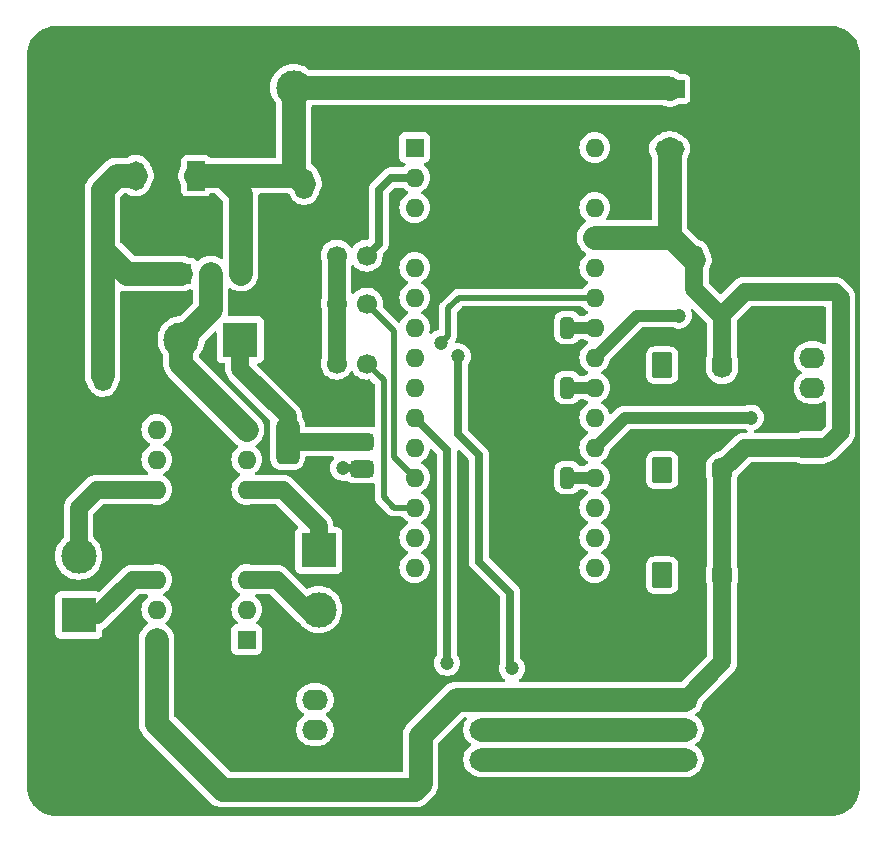
<source format=gbr>
%TF.GenerationSoftware,KiCad,Pcbnew,8.0.7-8.0.7-0~ubuntu22.04.1*%
%TF.CreationDate,2025-01-26T21:06:56+01:00*%
%TF.ProjectId,G431_Expander,47343331-5f45-4787-9061-6e6465722e6b,rev?*%
%TF.SameCoordinates,Original*%
%TF.FileFunction,Copper,L1,Top*%
%TF.FilePolarity,Positive*%
%FSLAX46Y46*%
G04 Gerber Fmt 4.6, Leading zero omitted, Abs format (unit mm)*
G04 Created by KiCad (PCBNEW 8.0.7-8.0.7-0~ubuntu22.04.1) date 2025-01-26 21:06:56*
%MOMM*%
%LPD*%
G01*
G04 APERTURE LIST*
G04 Aperture macros list*
%AMRoundRect*
0 Rectangle with rounded corners*
0 $1 Rounding radius*
0 $2 $3 $4 $5 $6 $7 $8 $9 X,Y pos of 4 corners*
0 Add a 4 corners polygon primitive as box body*
4,1,4,$2,$3,$4,$5,$6,$7,$8,$9,$2,$3,0*
0 Add four circle primitives for the rounded corners*
1,1,$1+$1,$2,$3*
1,1,$1+$1,$4,$5*
1,1,$1+$1,$6,$7*
1,1,$1+$1,$8,$9*
0 Add four rect primitives between the rounded corners*
20,1,$1+$1,$2,$3,$4,$5,0*
20,1,$1+$1,$4,$5,$6,$7,0*
20,1,$1+$1,$6,$7,$8,$9,0*
20,1,$1+$1,$8,$9,$2,$3,0*%
G04 Aperture macros list end*
%TA.AperFunction,ComponentPad*%
%ADD10RoundRect,0.250000X0.845000X-0.620000X0.845000X0.620000X-0.845000X0.620000X-0.845000X-0.620000X0*%
%TD*%
%TA.AperFunction,ComponentPad*%
%ADD11O,2.190000X1.740000*%
%TD*%
%TA.AperFunction,SMDPad,CuDef*%
%ADD12RoundRect,0.375000X0.625000X0.375000X-0.625000X0.375000X-0.625000X-0.375000X0.625000X-0.375000X0*%
%TD*%
%TA.AperFunction,SMDPad,CuDef*%
%ADD13RoundRect,0.500000X0.500000X1.400000X-0.500000X1.400000X-0.500000X-1.400000X0.500000X-1.400000X0*%
%TD*%
%TA.AperFunction,ComponentPad*%
%ADD14R,2.500000X1.500000*%
%TD*%
%TA.AperFunction,ComponentPad*%
%ADD15O,2.500000X1.500000*%
%TD*%
%TA.AperFunction,SMDPad,CuDef*%
%ADD16RoundRect,0.250000X-0.325000X-0.650000X0.325000X-0.650000X0.325000X0.650000X-0.325000X0.650000X0*%
%TD*%
%TA.AperFunction,ComponentPad*%
%ADD17R,3.000000X3.000000*%
%TD*%
%TA.AperFunction,ComponentPad*%
%ADD18C,3.000000*%
%TD*%
%TA.AperFunction,ComponentPad*%
%ADD19O,1.600000X2.600000*%
%TD*%
%TA.AperFunction,ComponentPad*%
%ADD20R,1.600000X1.600000*%
%TD*%
%TA.AperFunction,ComponentPad*%
%ADD21O,1.600000X1.600000*%
%TD*%
%TA.AperFunction,ComponentPad*%
%ADD22RoundRect,0.250000X-0.620000X-0.845000X0.620000X-0.845000X0.620000X0.845000X-0.620000X0.845000X0*%
%TD*%
%TA.AperFunction,ComponentPad*%
%ADD23O,1.740000X2.190000*%
%TD*%
%TA.AperFunction,ComponentPad*%
%ADD24C,6.400000*%
%TD*%
%TA.AperFunction,ComponentPad*%
%ADD25C,1.700000*%
%TD*%
%TA.AperFunction,ComponentPad*%
%ADD26R,1.500000X2.500000*%
%TD*%
%TA.AperFunction,ComponentPad*%
%ADD27O,1.500000X2.500000*%
%TD*%
%TA.AperFunction,ComponentPad*%
%ADD28R,1.700000X1.700000*%
%TD*%
%TA.AperFunction,ComponentPad*%
%ADD29O,1.700000X1.700000*%
%TD*%
%TA.AperFunction,ViaPad*%
%ADD30C,1.200000*%
%TD*%
%TA.AperFunction,Conductor*%
%ADD31C,2.000000*%
%TD*%
%TA.AperFunction,Conductor*%
%ADD32C,1.500000*%
%TD*%
%TA.AperFunction,Conductor*%
%ADD33C,0.700000*%
%TD*%
%TA.AperFunction,Conductor*%
%ADD34C,0.500000*%
%TD*%
%TA.AperFunction,Conductor*%
%ADD35C,1.000000*%
%TD*%
G04 APERTURE END LIST*
D10*
%TO.P,J6,1,Pin_1*%
%TO.N,+5V*%
X149036500Y-110236000D03*
D11*
%TO.P,J6,2,Pin_2*%
%TO.N,GND*%
X149036500Y-107696000D03*
%TO.P,J6,3,Pin_3*%
%TO.N,Net-(J6-Pin_3)*%
X149036500Y-105156000D03*
%TO.P,J6,4,Pin_4*%
%TO.N,Net-(J6-Pin_4)*%
X149036500Y-102616000D03*
%TD*%
D10*
%TO.P,J14,1,Pin_1*%
%TO.N,GND*%
X180340000Y-110236000D03*
D11*
%TO.P,J14,2,Pin_2*%
%TO.N,/I2C_SCL*%
X180340000Y-107696000D03*
%TO.P,J14,3,Pin_3*%
%TO.N,/I2C_SDA*%
X180340000Y-105156000D03*
%TO.P,J14,4,Pin_4*%
%TO.N,+5V*%
X180340000Y-102616000D03*
%TD*%
D12*
%TO.P,Q1,1,G*%
%TO.N,/Cde_Mosfet*%
X153010000Y-83072000D03*
%TO.P,Q1,2,D*%
%TO.N,Net-(J15--)*%
X153010000Y-80772000D03*
D13*
X146710000Y-80772000D03*
D12*
%TO.P,Q1,3,S*%
%TO.N,GND*%
X153010000Y-78472000D03*
%TD*%
D14*
%TO.P,U1,1,Vin*%
%TO.N,/VBAT*%
X179070000Y-50907500D03*
D15*
%TO.P,U1,2,GND*%
%TO.N,GND*%
X179070000Y-53447500D03*
%TO.P,U1,3,Vout*%
%TO.N,+5V*%
X179070000Y-55987500D03*
%TD*%
D16*
%TO.P,C5,1*%
%TO.N,GND*%
X167435000Y-83820000D03*
%TO.P,C5,2*%
%TO.N,/Eana1f*%
X170385000Y-83820000D03*
%TD*%
D17*
%TO.P,J1,1,-*%
%TO.N,GND*%
X142240000Y-50800000D03*
D18*
%TO.P,J1,2,+*%
%TO.N,/VBAT*%
X147240000Y-50800000D03*
%TD*%
D19*
%TO.P,C4,1*%
%TO.N,/+6.5V*%
X131064000Y-75184000D03*
%TO.P,C4,2*%
%TO.N,GND*%
X127564000Y-75184000D03*
%TD*%
D10*
%TO.P,J5,1,Pin_1*%
%TO.N,+5V*%
X191155000Y-81280000D03*
D11*
%TO.P,J5,2,Pin_2*%
%TO.N,GND*%
X191155000Y-78740000D03*
%TO.P,J5,3,Pin_3*%
%TO.N,Net-(J5-Pin_3)*%
X191155000Y-76200000D03*
%TO.P,J5,4,Pin_4*%
%TO.N,Net-(J5-Pin_4)*%
X191155000Y-73660000D03*
%TD*%
D20*
%TO.P,A1,1,PA9*%
%TO.N,/I2C_SCL*%
X157480000Y-55880000D03*
D21*
%TO.P,A1,2,PA10*%
%TO.N,/Servo1_PWM*%
X157480000Y-58420000D03*
%TO.P,A1,3,~{RESET}*%
%TO.N,unconnected-(A1-~{RESET}-Pad3)*%
X157480000Y-60960000D03*
%TO.P,A1,4,GND*%
%TO.N,GND*%
X157480000Y-63500000D03*
%TO.P,A1,5,PA12*%
%TO.N,/Moteur2_PWM*%
X157480000Y-66040000D03*
%TO.P,A1,6,PB0*%
%TO.N,/Moteur2_Sens1*%
X157480000Y-68580000D03*
%TO.P,A1,7,PB7*%
%TO.N,/Moteur2_Sens2*%
X157480000Y-71120000D03*
%TO.P,A1,8,PA15*%
%TO.N,/Moteur1_Sens1*%
X157480000Y-73660000D03*
%TO.P,A1,9,PB6*%
%TO.N,/Moteur1_PWM*%
X157480000Y-76200000D03*
%TO.P,A1,10,PF0*%
%TO.N,/I2C_SDA*%
X157480000Y-78740000D03*
%TO.P,A1,11,PF1*%
%TO.N,/Cde_Mosfet*%
X157480000Y-81280000D03*
%TO.P,A1,12,PA8*%
%TO.N,/Servo3_PWM*%
X157480000Y-83820000D03*
%TO.P,A1,13,PA11*%
%TO.N,/Servo2_PWM*%
X157480000Y-86360000D03*
%TO.P,A1,14,PB5*%
%TO.N,/Codeur2_B*%
X157480000Y-88900000D03*
%TO.P,A1,15,PB4*%
%TO.N,/Codeur2_A*%
X157480000Y-91440000D03*
%TO.P,A1,16,PB3/PB8*%
%TO.N,unconnected-(A1-PB3{slash}PB8-Pad16)*%
X172720000Y-91440000D03*
%TO.P,A1,17,3V3*%
%TO.N,+3.3V*%
X172720000Y-88900000D03*
%TO.P,A1,18,AREF*%
%TO.N,unconnected-(A1-AREF-Pad18)*%
X172720000Y-86360000D03*
%TO.P,A1,19,PA0*%
%TO.N,/Eana1f*%
X172720000Y-83820000D03*
%TO.P,A1,20,PA1*%
%TO.N,/Codeur1_B*%
X172720000Y-81280000D03*
%TO.P,A1,21,PA3*%
%TO.N,unconnected-(A1-PA3-Pad21)*%
X172720000Y-78740000D03*
%TO.P,A1,22,PA4*%
%TO.N,/Eana2f*%
X172720000Y-76200000D03*
%TO.P,A1,23,PA5/PB7*%
%TO.N,/Codeur1_A*%
X172720000Y-73660000D03*
%TO.P,A1,24,PA6/PA15*%
%TO.N,/Eana3f*%
X172720000Y-71120000D03*
%TO.P,A1,25,PA7*%
%TO.N,/Moteur1_Sens2*%
X172720000Y-68580000D03*
%TO.P,A1,26,PA2*%
%TO.N,unconnected-(A1-PA2-Pad26)*%
X172720000Y-66040000D03*
%TO.P,A1,27,+5V*%
%TO.N,+5V*%
X172720000Y-63500000D03*
%TO.P,A1,28,~{RESET}*%
%TO.N,unconnected-(A1-~{RESET}-Pad28)*%
X172720000Y-60960000D03*
%TO.P,A1,29,GND*%
%TO.N,GND*%
X172720000Y-58420000D03*
%TO.P,A1,30,VIN*%
%TO.N,unconnected-(A1-VIN-Pad30)*%
X172720000Y-55880000D03*
%TD*%
D22*
%TO.P,J4,1,Pin_1*%
%TO.N,/Eana3*%
X178435000Y-74315000D03*
D23*
%TO.P,J4,2,Pin_2*%
%TO.N,GND*%
X180975000Y-74315000D03*
%TO.P,J4,3,Pin_3*%
%TO.N,+5V*%
X183515000Y-74315000D03*
%TD*%
D24*
%TO.P,H1,1,1*%
%TO.N,GND*%
X129540000Y-51435000D03*
%TD*%
D10*
%TO.P,J13,1,Pin_1*%
%TO.N,GND*%
X171704000Y-110236000D03*
D11*
%TO.P,J13,2,Pin_2*%
%TO.N,/I2C_SCL*%
X171704000Y-107696000D03*
%TO.P,J13,3,Pin_3*%
%TO.N,/I2C_SDA*%
X171704000Y-105156000D03*
%TO.P,J13,4,Pin_4*%
%TO.N,+5V*%
X171704000Y-102616000D03*
%TD*%
D25*
%TO.P,J10,1,Pin_1*%
%TO.N,/Servo2_PWM*%
X153416000Y-74168000D03*
%TO.P,J10,2,Pin_2*%
%TO.N,/+6.5V*%
X150876000Y-74168000D03*
%TO.P,J10,3,Pin_3*%
%TO.N,GND*%
X148336000Y-74168000D03*
%TD*%
D10*
%TO.P,J12,1,Pin_1*%
%TO.N,GND*%
X163175000Y-110236000D03*
D11*
%TO.P,J12,2,Pin_2*%
%TO.N,/I2C_SCL*%
X163175000Y-107696000D03*
%TO.P,J12,3,Pin_3*%
%TO.N,/I2C_SDA*%
X163175000Y-105156000D03*
%TO.P,J12,4,Pin_4*%
%TO.N,+5V*%
X163175000Y-102616000D03*
%TD*%
D26*
%TO.P,U2,1,Vin*%
%TO.N,/VBAT*%
X138957500Y-58261500D03*
D27*
%TO.P,U2,2,GND*%
%TO.N,GND*%
X136417500Y-58261500D03*
%TO.P,U2,3,Vout*%
%TO.N,/+6.5V*%
X133877500Y-58261500D03*
%TD*%
D22*
%TO.P,J2,1,Pin_1*%
%TO.N,/Eana1*%
X178435000Y-92095000D03*
D23*
%TO.P,J2,2,Pin_2*%
%TO.N,GND*%
X180975000Y-92095000D03*
%TO.P,J2,3,Pin_3*%
%TO.N,+5V*%
X183515000Y-92095000D03*
%TD*%
D20*
%TO.P,U3,1,EN1\u002C2*%
%TO.N,/Moteur1_PWM*%
X143256000Y-97536000D03*
D21*
%TO.P,U3,2,1A*%
%TO.N,/Moteur1_Sens1*%
X143256000Y-94996000D03*
%TO.P,U3,3,1Y*%
%TO.N,/Mot1_1*%
X143256000Y-92456000D03*
%TO.P,U3,4,GND*%
%TO.N,GND*%
X143256000Y-89916000D03*
%TO.P,U3,5,GND*%
X143256000Y-87376000D03*
%TO.P,U3,6,2Y*%
%TO.N,/Mot1_2*%
X143256000Y-84836000D03*
%TO.P,U3,7,2A*%
%TO.N,/Moteur1_Sens2*%
X143256000Y-82296000D03*
%TO.P,U3,8,VCC2*%
%TO.N,/+VACTUATORS*%
X143256000Y-79756000D03*
%TO.P,U3,9,EN3\u002C4*%
%TO.N,/Moteur2_PWM*%
X135636000Y-79756000D03*
%TO.P,U3,10,3A*%
%TO.N,/Moteur2_Sens1*%
X135636000Y-82296000D03*
%TO.P,U3,11,3Y*%
%TO.N,/Mot2_1*%
X135636000Y-84836000D03*
%TO.P,U3,12,GND*%
%TO.N,GND*%
X135636000Y-87376000D03*
%TO.P,U3,13,GND*%
X135636000Y-89916000D03*
%TO.P,U3,14,4Y*%
%TO.N,/Mot2_2*%
X135636000Y-92456000D03*
%TO.P,U3,15,4A*%
%TO.N,/Moteur2_Sens2*%
X135636000Y-94996000D03*
%TO.P,U3,16,VCC1*%
%TO.N,+5V*%
X135636000Y-97536000D03*
%TD*%
D25*
%TO.P,J11,1,Pin_1*%
%TO.N,/Servo3_PWM*%
X153419500Y-69088000D03*
%TO.P,J11,2,Pin_2*%
%TO.N,/+6.5V*%
X150879500Y-69088000D03*
%TO.P,J11,3,Pin_3*%
%TO.N,GND*%
X148339500Y-69088000D03*
%TD*%
D17*
%TO.P,J8,1,-*%
%TO.N,/Mot2_2*%
X129032000Y-95464000D03*
D18*
%TO.P,J8,2,+*%
%TO.N,/Mot2_1*%
X129032000Y-90464000D03*
%TD*%
D28*
%TO.P,JP1,1,A*%
%TO.N,/+6.5V*%
X137668000Y-66548000D03*
D29*
%TO.P,JP1,2,C*%
%TO.N,/+VACTUATORS*%
X140208000Y-66548000D03*
%TO.P,JP1,3,B*%
%TO.N,/VBAT*%
X142748000Y-66548000D03*
%TD*%
D22*
%TO.P,J3,1,Pin_1*%
%TO.N,/Eana2*%
X178435000Y-83185000D03*
D23*
%TO.P,J3,2,Pin_2*%
%TO.N,GND*%
X180975000Y-83185000D03*
%TO.P,J3,3,Pin_3*%
%TO.N,+5V*%
X183515000Y-83185000D03*
%TD*%
D24*
%TO.P,H4,1,1*%
%TO.N,GND*%
X190500000Y-107696000D03*
%TD*%
%TO.P,H2,1,1*%
%TO.N,GND*%
X190500000Y-51435000D03*
%TD*%
D16*
%TO.P,C6,1*%
%TO.N,GND*%
X167435000Y-76200000D03*
%TO.P,C6,2*%
%TO.N,/Eana2f*%
X170385000Y-76200000D03*
%TD*%
D24*
%TO.P,H3,1,1*%
%TO.N,GND*%
X129540000Y-107696000D03*
%TD*%
D17*
%TO.P,J7,1,-*%
%TO.N,/Mot1_2*%
X149352000Y-89996000D03*
D18*
%TO.P,J7,2,+*%
%TO.N,/Mot1_1*%
X149352000Y-94996000D03*
%TD*%
D19*
%TO.P,C1,1*%
%TO.N,/VBAT*%
X148110000Y-58928000D03*
%TO.P,C1,2*%
%TO.N,GND*%
X151610000Y-58928000D03*
%TD*%
D16*
%TO.P,C7,1*%
%TO.N,GND*%
X167435000Y-71120000D03*
%TO.P,C7,2*%
%TO.N,/Eana3f*%
X170385000Y-71120000D03*
%TD*%
D19*
%TO.P,C3,1*%
%TO.N,+5V*%
X181130000Y-65405000D03*
%TO.P,C3,2*%
%TO.N,GND*%
X184630000Y-65405000D03*
%TD*%
D17*
%TO.P,J15,1,-*%
%TO.N,Net-(J15--)*%
X142708000Y-72136000D03*
D18*
%TO.P,J15,2,+*%
%TO.N,/+VACTUATORS*%
X137708000Y-72136000D03*
%TD*%
D25*
%TO.P,J9,1,Pin_1*%
%TO.N,/Servo1_PWM*%
X153416000Y-65024000D03*
%TO.P,J9,2,Pin_2*%
%TO.N,/+6.5V*%
X150876000Y-65024000D03*
%TO.P,J9,3,Pin_3*%
%TO.N,GND*%
X148336000Y-65024000D03*
%TD*%
D30*
%TO.N,/Cde_Mosfet*%
X151434800Y-83007200D03*
%TO.N,/Moteur1_Sens2*%
X159715200Y-72390000D03*
%TO.N,/I2C_SCL*%
X165709600Y-99974400D03*
X161137600Y-73558400D03*
%TO.N,/I2C_SDA*%
X160223200Y-99517200D03*
%TO.N,/Codeur1_A*%
X179832000Y-70104000D03*
%TO.N,/Codeur1_B*%
X185928000Y-78740000D03*
%TD*%
D31*
%TO.N,GND*%
X180340000Y-110236000D02*
X163175000Y-110236000D01*
X182772500Y-53447500D02*
X179070000Y-53447500D01*
D32*
X148339500Y-74164500D02*
X148336000Y-74168000D01*
X148339500Y-69088000D02*
X148339500Y-74164500D01*
D31*
X148336000Y-65024000D02*
X148336000Y-69084500D01*
X181610000Y-46990000D02*
X184150000Y-49530000D01*
X148336000Y-69084500D02*
X148339500Y-69088000D01*
D32*
X148336000Y-69091500D02*
X148339500Y-69088000D01*
D31*
X146050000Y-46990000D02*
X181610000Y-46990000D01*
X142240000Y-50800000D02*
X146050000Y-46990000D01*
D32*
X180975000Y-83185000D02*
X180975000Y-92095000D01*
D31*
X184150000Y-52070000D02*
X182772500Y-53447500D01*
X184150000Y-49530000D02*
X184150000Y-52070000D01*
D33*
%TO.N,/Cde_Mosfet*%
X151434800Y-83007200D02*
X152945200Y-83007200D01*
X152945200Y-83007200D02*
X153010000Y-83072000D01*
D34*
%TO.N,/Servo3_PWM*%
X155752800Y-71421300D02*
X155752800Y-82092800D01*
X153419500Y-69088000D02*
X155752800Y-71421300D01*
X155752800Y-82092800D02*
X157480000Y-83820000D01*
D31*
%TO.N,+5V*%
X179070000Y-55987500D02*
X179070000Y-63345000D01*
D32*
X191155000Y-81280000D02*
X192250000Y-81280000D01*
X185420000Y-68072000D02*
X183388000Y-70104000D01*
D31*
X179225000Y-63500000D02*
X172720000Y-63500000D01*
D32*
X181130000Y-67846000D02*
X183388000Y-70104000D01*
X183515000Y-83185000D02*
X185420000Y-81280000D01*
X179070000Y-63345000D02*
X181130000Y-65405000D01*
X193548000Y-79982000D02*
X193548000Y-68580000D01*
X183515000Y-70231000D02*
X183515000Y-74315000D01*
X183515000Y-92095000D02*
X183515000Y-99441000D01*
X183515000Y-99441000D02*
X180340000Y-102616000D01*
D31*
X141224000Y-110236000D02*
X149036500Y-110236000D01*
X157988000Y-109728000D02*
X157480000Y-110236000D01*
X181130000Y-65405000D02*
X179225000Y-63500000D01*
X163175000Y-102616000D02*
X180340000Y-102616000D01*
D32*
X183388000Y-70104000D02*
X183515000Y-70231000D01*
D31*
X163175000Y-102616000D02*
X161036000Y-102616000D01*
X161036000Y-102616000D02*
X157988000Y-105664000D01*
D32*
X193548000Y-68580000D02*
X193040000Y-68072000D01*
X185420000Y-81280000D02*
X191155000Y-81280000D01*
D31*
X135636000Y-97536000D02*
X135636000Y-104648000D01*
D32*
X192250000Y-81280000D02*
X193548000Y-79982000D01*
D31*
X157480000Y-110236000D02*
X149036500Y-110236000D01*
D32*
X193040000Y-68072000D02*
X185420000Y-68072000D01*
X183515000Y-92095000D02*
X183515000Y-83185000D01*
X181130000Y-65405000D02*
X181130000Y-67846000D01*
D31*
X157988000Y-105664000D02*
X157988000Y-109728000D01*
X135636000Y-104648000D02*
X141224000Y-110236000D01*
D34*
%TO.N,/Moteur1_Sens2*%
X159715200Y-72390000D02*
X160274000Y-71831200D01*
X160274000Y-69494400D02*
X161188400Y-68580000D01*
X161188400Y-68580000D02*
X172720000Y-68580000D01*
X160274000Y-71831200D02*
X160274000Y-69494400D01*
D31*
%TO.N,/I2C_SCL*%
X163175000Y-107696000D02*
X180340000Y-107696000D01*
D33*
X161137600Y-80162400D02*
X162915600Y-81940400D01*
X165557200Y-93573600D02*
X165557200Y-99822000D01*
X165557200Y-99822000D02*
X165709600Y-99974400D01*
X162915600Y-90932000D02*
X165557200Y-93573600D01*
X161137600Y-73558400D02*
X161137600Y-80162400D01*
X162915600Y-81940400D02*
X162915600Y-90932000D01*
%TO.N,/Servo1_PWM*%
X154432000Y-59436000D02*
X155448000Y-58420000D01*
X154432000Y-64008000D02*
X154432000Y-59436000D01*
X155448000Y-58420000D02*
X157480000Y-58420000D01*
X153416000Y-65024000D02*
X154432000Y-64008000D01*
%TO.N,/I2C_SDA*%
X157480000Y-78740000D02*
X160223200Y-81483200D01*
D31*
X180340000Y-105156000D02*
X163175000Y-105156000D01*
D33*
X160223200Y-81483200D02*
X160223200Y-99517200D01*
D34*
%TO.N,/Servo2_PWM*%
X153416000Y-74168000D02*
X154838400Y-75590400D01*
X154838400Y-85496400D02*
X155702000Y-86360000D01*
X155702000Y-86360000D02*
X157480000Y-86360000D01*
X154838400Y-75590400D02*
X154838400Y-85496400D01*
D31*
%TO.N,/VBAT*%
X178962500Y-50800000D02*
X179070000Y-50907500D01*
X138957500Y-58261500D02*
X141224000Y-58261500D01*
X147240000Y-50800000D02*
X147240000Y-58058000D01*
X147240000Y-58058000D02*
X148110000Y-58928000D01*
X142748000Y-66548000D02*
X142748000Y-59785500D01*
X147443500Y-58261500D02*
X148110000Y-58928000D01*
X142748000Y-59785500D02*
X141224000Y-58261500D01*
X147240000Y-50800000D02*
X178962500Y-50800000D01*
X141224000Y-58261500D02*
X147443500Y-58261500D01*
%TO.N,/+6.5V*%
X137668000Y-66548000D02*
X133096000Y-66548000D01*
X133096000Y-66548000D02*
X131064000Y-64516000D01*
D32*
X150879500Y-74164500D02*
X150876000Y-74168000D01*
D31*
X131064000Y-59436000D02*
X132238500Y-58261500D01*
X131064000Y-64516000D02*
X131064000Y-59436000D01*
X131064000Y-75184000D02*
X131064000Y-64516000D01*
X132238500Y-58261500D02*
X133877500Y-58261500D01*
D32*
X150876000Y-74168000D02*
X150876000Y-65024000D01*
D35*
%TO.N,/Eana1f*%
X172720000Y-83820000D02*
X170385000Y-83820000D01*
%TO.N,/Eana2f*%
X172720000Y-76200000D02*
X170385000Y-76200000D01*
%TO.N,/Eana3f*%
X172720000Y-71120000D02*
X170385000Y-71120000D01*
D32*
%TO.N,/Mot1_2*%
X149352000Y-89996000D02*
X149352000Y-87884000D01*
X146304000Y-84836000D02*
X143256000Y-84836000D01*
X149352000Y-87884000D02*
X146304000Y-84836000D01*
%TO.N,/Mot1_1*%
X145796000Y-92456000D02*
X148336000Y-94996000D01*
X143256000Y-92456000D02*
X145796000Y-92456000D01*
X148336000Y-94996000D02*
X149352000Y-94996000D01*
%TO.N,/Mot2_2*%
X129032000Y-95464000D02*
X130596000Y-95464000D01*
X130596000Y-95464000D02*
X133604000Y-92456000D01*
X133604000Y-92456000D02*
X135636000Y-92456000D01*
%TO.N,/Mot2_1*%
X129032000Y-86360000D02*
X130556000Y-84836000D01*
X130556000Y-84836000D02*
X135636000Y-84836000D01*
X129032000Y-90464000D02*
X129032000Y-86360000D01*
D31*
%TO.N,/+VACTUATORS*%
X137708000Y-74208000D02*
X143256000Y-79756000D01*
X140208000Y-69636000D02*
X137708000Y-72136000D01*
X140208000Y-66548000D02*
X140208000Y-69636000D01*
X137708000Y-72136000D02*
X137708000Y-74208000D01*
D32*
%TO.N,Net-(J15--)*%
X142708000Y-74636000D02*
X146710000Y-78638000D01*
X142708000Y-72136000D02*
X142708000Y-74636000D01*
X146710000Y-80772000D02*
X153010000Y-80772000D01*
X146710000Y-78638000D02*
X146710000Y-80772000D01*
D35*
%TO.N,/Codeur1_A*%
X172720000Y-73660000D02*
X176276000Y-70104000D01*
X176276000Y-70104000D02*
X179832000Y-70104000D01*
%TO.N,/Codeur1_B*%
X175260000Y-78740000D02*
X175768000Y-78740000D01*
X175768000Y-78740000D02*
X185928000Y-78740000D01*
X172720000Y-81280000D02*
X175260000Y-78740000D01*
%TD*%
%TA.AperFunction,Conductor*%
%TO.N,GND*%
G36*
X171660376Y-69350185D02*
G01*
X171694912Y-69383377D01*
X171719954Y-69419141D01*
X171880858Y-69580045D01*
X171880861Y-69580047D01*
X172067266Y-69710568D01*
X172125275Y-69737618D01*
X172177714Y-69783791D01*
X172196866Y-69850984D01*
X172176650Y-69917865D01*
X172125275Y-69962382D01*
X172067267Y-69989431D01*
X172067265Y-69989432D01*
X171913535Y-70097075D01*
X171847329Y-70119402D01*
X171842412Y-70119500D01*
X171444798Y-70119500D01*
X171377759Y-70099815D01*
X171339259Y-70060597D01*
X171302712Y-70001344D01*
X171178656Y-69877288D01*
X171029334Y-69785186D01*
X170862797Y-69730001D01*
X170862795Y-69730000D01*
X170760010Y-69719500D01*
X170009998Y-69719500D01*
X170009980Y-69719501D01*
X169907203Y-69730000D01*
X169907200Y-69730001D01*
X169740668Y-69785185D01*
X169740663Y-69785187D01*
X169591342Y-69877289D01*
X169467289Y-70001342D01*
X169375187Y-70150663D01*
X169375185Y-70150668D01*
X169361421Y-70192206D01*
X169320001Y-70317203D01*
X169320001Y-70317204D01*
X169320000Y-70317204D01*
X169309500Y-70419983D01*
X169309500Y-71820001D01*
X169309501Y-71820018D01*
X169320000Y-71922796D01*
X169320001Y-71922799D01*
X169339780Y-71982486D01*
X169375186Y-72089334D01*
X169467288Y-72238656D01*
X169591344Y-72362712D01*
X169740666Y-72454814D01*
X169907203Y-72509999D01*
X170009991Y-72520500D01*
X170760008Y-72520499D01*
X170760016Y-72520498D01*
X170760019Y-72520498D01*
X170816302Y-72514748D01*
X170862797Y-72509999D01*
X171029334Y-72454814D01*
X171178656Y-72362712D01*
X171302712Y-72238656D01*
X171339259Y-72179402D01*
X171391207Y-72132679D01*
X171444798Y-72120500D01*
X171842412Y-72120500D01*
X171909451Y-72140185D01*
X171913523Y-72142917D01*
X172067266Y-72250568D01*
X172125275Y-72277618D01*
X172177714Y-72323791D01*
X172196866Y-72390984D01*
X172176650Y-72457865D01*
X172125275Y-72502382D01*
X172067267Y-72529431D01*
X172067265Y-72529432D01*
X171880858Y-72659954D01*
X171719954Y-72820858D01*
X171589432Y-73007265D01*
X171589431Y-73007267D01*
X171493261Y-73213502D01*
X171493258Y-73213511D01*
X171434366Y-73433302D01*
X171434364Y-73433313D01*
X171414532Y-73659998D01*
X171414532Y-73660001D01*
X171434364Y-73886686D01*
X171434366Y-73886697D01*
X171493258Y-74106488D01*
X171493261Y-74106497D01*
X171589431Y-74312732D01*
X171589432Y-74312734D01*
X171719954Y-74499141D01*
X171880858Y-74660045D01*
X171880861Y-74660047D01*
X172067266Y-74790568D01*
X172125275Y-74817618D01*
X172177714Y-74863791D01*
X172196866Y-74930984D01*
X172176650Y-74997865D01*
X172125275Y-75042382D01*
X172067267Y-75069431D01*
X172067265Y-75069432D01*
X171965631Y-75140597D01*
X171930833Y-75164963D01*
X171913535Y-75177075D01*
X171847329Y-75199402D01*
X171842412Y-75199500D01*
X171444798Y-75199500D01*
X171377759Y-75179815D01*
X171339259Y-75140597D01*
X171324106Y-75116030D01*
X171302712Y-75081344D01*
X171178656Y-74957288D01*
X171029334Y-74865186D01*
X170862797Y-74810001D01*
X170862795Y-74810000D01*
X170760010Y-74799500D01*
X170009998Y-74799500D01*
X170009980Y-74799501D01*
X169907203Y-74810000D01*
X169907200Y-74810001D01*
X169740668Y-74865185D01*
X169740663Y-74865187D01*
X169591342Y-74957289D01*
X169467289Y-75081342D01*
X169375187Y-75230663D01*
X169375186Y-75230666D01*
X169320001Y-75397203D01*
X169320001Y-75397204D01*
X169320000Y-75397204D01*
X169309500Y-75499983D01*
X169309500Y-76900001D01*
X169309501Y-76900018D01*
X169320000Y-77002796D01*
X169320001Y-77002799D01*
X169375185Y-77169331D01*
X169375187Y-77169336D01*
X169394130Y-77200047D01*
X169467288Y-77318656D01*
X169591344Y-77442712D01*
X169740666Y-77534814D01*
X169907203Y-77589999D01*
X170009991Y-77600500D01*
X170760008Y-77600499D01*
X170760016Y-77600498D01*
X170760019Y-77600498D01*
X170816302Y-77594748D01*
X170862797Y-77589999D01*
X171029334Y-77534814D01*
X171178656Y-77442712D01*
X171302712Y-77318656D01*
X171339259Y-77259402D01*
X171391207Y-77212679D01*
X171444798Y-77200500D01*
X171842412Y-77200500D01*
X171909451Y-77220185D01*
X171913523Y-77222917D01*
X172067266Y-77330568D01*
X172102494Y-77346995D01*
X172125275Y-77357618D01*
X172177714Y-77403791D01*
X172196866Y-77470984D01*
X172176650Y-77537865D01*
X172125275Y-77582382D01*
X172067267Y-77609431D01*
X172067265Y-77609432D01*
X171880858Y-77739954D01*
X171719954Y-77900858D01*
X171589432Y-78087265D01*
X171589431Y-78087267D01*
X171493261Y-78293502D01*
X171493258Y-78293511D01*
X171434366Y-78513302D01*
X171434364Y-78513313D01*
X171414532Y-78739998D01*
X171414532Y-78740001D01*
X171434364Y-78966686D01*
X171434366Y-78966697D01*
X171493258Y-79186488D01*
X171493261Y-79186497D01*
X171589431Y-79392732D01*
X171589432Y-79392734D01*
X171719954Y-79579141D01*
X171880858Y-79740045D01*
X171880861Y-79740047D01*
X172067266Y-79870568D01*
X172095179Y-79883584D01*
X172125275Y-79897618D01*
X172177714Y-79943791D01*
X172196866Y-80010984D01*
X172176650Y-80077865D01*
X172125275Y-80122382D01*
X172067267Y-80149431D01*
X172067265Y-80149432D01*
X171880858Y-80279954D01*
X171719954Y-80440858D01*
X171589432Y-80627265D01*
X171589431Y-80627267D01*
X171493261Y-80833502D01*
X171493258Y-80833511D01*
X171434366Y-81053302D01*
X171434364Y-81053313D01*
X171414532Y-81279998D01*
X171414532Y-81280001D01*
X171434364Y-81506686D01*
X171434366Y-81506697D01*
X171493258Y-81726488D01*
X171493261Y-81726497D01*
X171589431Y-81932732D01*
X171589432Y-81932734D01*
X171719954Y-82119141D01*
X171880858Y-82280045D01*
X171880861Y-82280047D01*
X172067266Y-82410568D01*
X172117325Y-82433911D01*
X172125275Y-82437618D01*
X172177714Y-82483791D01*
X172196866Y-82550984D01*
X172176650Y-82617865D01*
X172125275Y-82662382D01*
X172067267Y-82689431D01*
X172067265Y-82689432D01*
X171913535Y-82797075D01*
X171847329Y-82819402D01*
X171842412Y-82819500D01*
X171444798Y-82819500D01*
X171377759Y-82799815D01*
X171339259Y-82760597D01*
X171328095Y-82742497D01*
X171302712Y-82701344D01*
X171178656Y-82577288D01*
X171052880Y-82499709D01*
X171029336Y-82485187D01*
X171029331Y-82485185D01*
X171020127Y-82482135D01*
X170862797Y-82430001D01*
X170862795Y-82430000D01*
X170760010Y-82419500D01*
X170009998Y-82419500D01*
X170009980Y-82419501D01*
X169907203Y-82430000D01*
X169907200Y-82430001D01*
X169740668Y-82485185D01*
X169740663Y-82485187D01*
X169591342Y-82577289D01*
X169467289Y-82701342D01*
X169375187Y-82850663D01*
X169375186Y-82850666D01*
X169320001Y-83017203D01*
X169320001Y-83017204D01*
X169320000Y-83017204D01*
X169309500Y-83119983D01*
X169309500Y-84520001D01*
X169309501Y-84520018D01*
X169320000Y-84622796D01*
X169320001Y-84622799D01*
X169375185Y-84789331D01*
X169375187Y-84789336D01*
X169394130Y-84820047D01*
X169467288Y-84938656D01*
X169591344Y-85062712D01*
X169740666Y-85154814D01*
X169907203Y-85209999D01*
X170009991Y-85220500D01*
X170760008Y-85220499D01*
X170760016Y-85220498D01*
X170760019Y-85220498D01*
X170816302Y-85214748D01*
X170862797Y-85209999D01*
X171029334Y-85154814D01*
X171178656Y-85062712D01*
X171302712Y-84938656D01*
X171339259Y-84879402D01*
X171391207Y-84832679D01*
X171444798Y-84820500D01*
X171842412Y-84820500D01*
X171909451Y-84840185D01*
X171913523Y-84842917D01*
X172067266Y-84950568D01*
X172125275Y-84977618D01*
X172177714Y-85023791D01*
X172196866Y-85090984D01*
X172176650Y-85157865D01*
X172125275Y-85202382D01*
X172067267Y-85229431D01*
X172067265Y-85229432D01*
X171880858Y-85359954D01*
X171719954Y-85520858D01*
X171589432Y-85707265D01*
X171589431Y-85707267D01*
X171493261Y-85913502D01*
X171493258Y-85913511D01*
X171434366Y-86133302D01*
X171434364Y-86133313D01*
X171414532Y-86359998D01*
X171414532Y-86360001D01*
X171434364Y-86586686D01*
X171434366Y-86586697D01*
X171493258Y-86806488D01*
X171493261Y-86806497D01*
X171589431Y-87012732D01*
X171589432Y-87012734D01*
X171719954Y-87199141D01*
X171880858Y-87360045D01*
X171880861Y-87360047D01*
X172067266Y-87490568D01*
X172125275Y-87517618D01*
X172177714Y-87563791D01*
X172196866Y-87630984D01*
X172176650Y-87697865D01*
X172125275Y-87742382D01*
X172067267Y-87769431D01*
X172067265Y-87769432D01*
X171880858Y-87899954D01*
X171719954Y-88060858D01*
X171589432Y-88247265D01*
X171589431Y-88247267D01*
X171493261Y-88453502D01*
X171493258Y-88453511D01*
X171434366Y-88673302D01*
X171434364Y-88673313D01*
X171414532Y-88899998D01*
X171414532Y-88900001D01*
X171434364Y-89126686D01*
X171434366Y-89126697D01*
X171493258Y-89346488D01*
X171493261Y-89346497D01*
X171589431Y-89552732D01*
X171589432Y-89552734D01*
X171719954Y-89739141D01*
X171880858Y-89900045D01*
X171880861Y-89900047D01*
X172067266Y-90030568D01*
X172125275Y-90057618D01*
X172177714Y-90103791D01*
X172196866Y-90170984D01*
X172176650Y-90237865D01*
X172125275Y-90282382D01*
X172067267Y-90309431D01*
X172067265Y-90309432D01*
X171880858Y-90439954D01*
X171719954Y-90600858D01*
X171589432Y-90787265D01*
X171589431Y-90787267D01*
X171493261Y-90993502D01*
X171493258Y-90993511D01*
X171434366Y-91213302D01*
X171434364Y-91213313D01*
X171414532Y-91439998D01*
X171414532Y-91440000D01*
X171434364Y-91666686D01*
X171434366Y-91666697D01*
X171493258Y-91886488D01*
X171493261Y-91886497D01*
X171589431Y-92092732D01*
X171589432Y-92092734D01*
X171719954Y-92279141D01*
X171880858Y-92440045D01*
X171880861Y-92440047D01*
X172067266Y-92570568D01*
X172273504Y-92666739D01*
X172493308Y-92725635D01*
X172655230Y-92739801D01*
X172719998Y-92745468D01*
X172720000Y-92745468D01*
X172720002Y-92745468D01*
X172776673Y-92740509D01*
X172946692Y-92725635D01*
X173166496Y-92666739D01*
X173372734Y-92570568D01*
X173559139Y-92440047D01*
X173720047Y-92279139D01*
X173850568Y-92092734D01*
X173946739Y-91886496D01*
X174005635Y-91666692D01*
X174025468Y-91440000D01*
X174005635Y-91213308D01*
X174002065Y-91199983D01*
X177064500Y-91199983D01*
X177064500Y-92990001D01*
X177064501Y-92990018D01*
X177075000Y-93092796D01*
X177075001Y-93092799D01*
X177130185Y-93259331D01*
X177130187Y-93259336D01*
X177152272Y-93295141D01*
X177222288Y-93408656D01*
X177346344Y-93532712D01*
X177495666Y-93624814D01*
X177662203Y-93679999D01*
X177764991Y-93690500D01*
X179105008Y-93690499D01*
X179207797Y-93679999D01*
X179374334Y-93624814D01*
X179523656Y-93532712D01*
X179647712Y-93408656D01*
X179739814Y-93259334D01*
X179794999Y-93092797D01*
X179805500Y-92990009D01*
X179805499Y-91199992D01*
X179802472Y-91170364D01*
X179794999Y-91097203D01*
X179794998Y-91097200D01*
X179768015Y-91015771D01*
X179739814Y-90930666D01*
X179647712Y-90781344D01*
X179523656Y-90657288D01*
X179374334Y-90565186D01*
X179207797Y-90510001D01*
X179207795Y-90510000D01*
X179105010Y-90499500D01*
X177764998Y-90499500D01*
X177764981Y-90499501D01*
X177662203Y-90510000D01*
X177662200Y-90510001D01*
X177495668Y-90565185D01*
X177495663Y-90565187D01*
X177346342Y-90657289D01*
X177222289Y-90781342D01*
X177130187Y-90930663D01*
X177130185Y-90930668D01*
X177109361Y-90993511D01*
X177075001Y-91097203D01*
X177075001Y-91097204D01*
X177075000Y-91097204D01*
X177064500Y-91199983D01*
X174002065Y-91199983D01*
X173946739Y-90993504D01*
X173850568Y-90787266D01*
X173720047Y-90600861D01*
X173720045Y-90600858D01*
X173559141Y-90439954D01*
X173372734Y-90309432D01*
X173372728Y-90309429D01*
X173314725Y-90282382D01*
X173262285Y-90236210D01*
X173243133Y-90169017D01*
X173263348Y-90102135D01*
X173314725Y-90057618D01*
X173372734Y-90030568D01*
X173559139Y-89900047D01*
X173720047Y-89739139D01*
X173850568Y-89552734D01*
X173946739Y-89346496D01*
X174005635Y-89126692D01*
X174025468Y-88900000D01*
X174005635Y-88673308D01*
X173946739Y-88453504D01*
X173850568Y-88247266D01*
X173720047Y-88060861D01*
X173720045Y-88060858D01*
X173559141Y-87899954D01*
X173372734Y-87769432D01*
X173372728Y-87769429D01*
X173314725Y-87742382D01*
X173262285Y-87696210D01*
X173243133Y-87629017D01*
X173263348Y-87562135D01*
X173314725Y-87517618D01*
X173372734Y-87490568D01*
X173559139Y-87360047D01*
X173720047Y-87199139D01*
X173850568Y-87012734D01*
X173946739Y-86806496D01*
X174005635Y-86586692D01*
X174025468Y-86360000D01*
X174005635Y-86133308D01*
X173946739Y-85913504D01*
X173850568Y-85707266D01*
X173720047Y-85520861D01*
X173720045Y-85520858D01*
X173559141Y-85359954D01*
X173372734Y-85229432D01*
X173372728Y-85229429D01*
X173314725Y-85202382D01*
X173262285Y-85156210D01*
X173243133Y-85089017D01*
X173263348Y-85022135D01*
X173314725Y-84977618D01*
X173372734Y-84950568D01*
X173559139Y-84820047D01*
X173720047Y-84659139D01*
X173850568Y-84472734D01*
X173946739Y-84266496D01*
X174005635Y-84046692D01*
X174025468Y-83820000D01*
X174005635Y-83593308D01*
X173957724Y-83414501D01*
X173946741Y-83373511D01*
X173946738Y-83373502D01*
X173870627Y-83210283D01*
X173850568Y-83167266D01*
X173720047Y-82980861D01*
X173720045Y-82980858D01*
X173559141Y-82819954D01*
X173372734Y-82689432D01*
X173372728Y-82689429D01*
X173314725Y-82662382D01*
X173262285Y-82616210D01*
X173243133Y-82549017D01*
X173263348Y-82482135D01*
X173314725Y-82437618D01*
X173372734Y-82410568D01*
X173544949Y-82289983D01*
X177064500Y-82289983D01*
X177064500Y-84080001D01*
X177064501Y-84080018D01*
X177075000Y-84182796D01*
X177075001Y-84182799D01*
X177105492Y-84274814D01*
X177130186Y-84349334D01*
X177222288Y-84498656D01*
X177346344Y-84622712D01*
X177495666Y-84714814D01*
X177662203Y-84769999D01*
X177764991Y-84780500D01*
X179105008Y-84780499D01*
X179207797Y-84769999D01*
X179374334Y-84714814D01*
X179523656Y-84622712D01*
X179647712Y-84498656D01*
X179739814Y-84349334D01*
X179794999Y-84182797D01*
X179805500Y-84080009D01*
X179805499Y-82289992D01*
X179802064Y-82256370D01*
X179794999Y-82187203D01*
X179794998Y-82187200D01*
X179764442Y-82094989D01*
X179739814Y-82020666D01*
X179647712Y-81871344D01*
X179523656Y-81747288D01*
X179374334Y-81655186D01*
X179207797Y-81600001D01*
X179207795Y-81600000D01*
X179105010Y-81589500D01*
X177764998Y-81589500D01*
X177764981Y-81589501D01*
X177662203Y-81600000D01*
X177662200Y-81600001D01*
X177495668Y-81655185D01*
X177495663Y-81655187D01*
X177346342Y-81747289D01*
X177222289Y-81871342D01*
X177130187Y-82020663D01*
X177130185Y-82020668D01*
X177114066Y-82069313D01*
X177075001Y-82187203D01*
X177075001Y-82187204D01*
X177075000Y-82187204D01*
X177064500Y-82289983D01*
X173544949Y-82289983D01*
X173559139Y-82280047D01*
X173720047Y-82119139D01*
X173850568Y-81932734D01*
X173946739Y-81726496D01*
X174005635Y-81506692D01*
X174011040Y-81444905D01*
X174036492Y-81379838D01*
X174046879Y-81368040D01*
X175638102Y-79776819D01*
X175699425Y-79743334D01*
X175725783Y-79740500D01*
X185440969Y-79740500D01*
X185485763Y-79748873D01*
X185591597Y-79789873D01*
X185646998Y-79832446D01*
X185670589Y-79898213D01*
X185654878Y-79966293D01*
X185604854Y-80015072D01*
X185546803Y-80029500D01*
X185321579Y-80029500D01*
X185240927Y-80042274D01*
X185220764Y-80045468D01*
X185220763Y-80045468D01*
X185127174Y-80060290D01*
X185127173Y-80060290D01*
X184939969Y-80121117D01*
X184764594Y-80210476D01*
X184693713Y-80261975D01*
X184605354Y-80326172D01*
X184605352Y-80326174D01*
X184605351Y-80326174D01*
X183358261Y-81573263D01*
X183296938Y-81606748D01*
X183289979Y-81608055D01*
X183194076Y-81623245D01*
X182988908Y-81689909D01*
X182796700Y-81787843D01*
X182702027Y-81856628D01*
X182622179Y-81914641D01*
X182622177Y-81914643D01*
X182622176Y-81914643D01*
X182469643Y-82067176D01*
X182469643Y-82067177D01*
X182469641Y-82067179D01*
X182468091Y-82069313D01*
X182342843Y-82241700D01*
X182244909Y-82433908D01*
X182178245Y-82639077D01*
X182144500Y-82852133D01*
X182144500Y-83517866D01*
X182174208Y-83705431D01*
X182178246Y-83730926D01*
X182244908Y-83936089D01*
X182250985Y-83948017D01*
X182264500Y-84004309D01*
X182264500Y-91275689D01*
X182250986Y-91331981D01*
X182244912Y-91343902D01*
X182244907Y-91343913D01*
X182178245Y-91549077D01*
X182144500Y-91762133D01*
X182144500Y-92427866D01*
X182151112Y-92469610D01*
X182178246Y-92640926D01*
X182244908Y-92846089D01*
X182250985Y-92858017D01*
X182264500Y-92914309D01*
X182264500Y-98871664D01*
X182244815Y-98938703D01*
X182228181Y-98959345D01*
X180108345Y-101079181D01*
X180047022Y-101112666D01*
X180020664Y-101115500D01*
X166392964Y-101115500D01*
X166325925Y-101095815D01*
X166280170Y-101043011D01*
X166270226Y-100973853D01*
X166299251Y-100910297D01*
X166327687Y-100886073D01*
X166375639Y-100856382D01*
X166375638Y-100856382D01*
X166375641Y-100856381D01*
X166526364Y-100718979D01*
X166649273Y-100556221D01*
X166740182Y-100373650D01*
X166795997Y-100177483D01*
X166814815Y-99974400D01*
X166795997Y-99771317D01*
X166740182Y-99575150D01*
X166725498Y-99545661D01*
X166695872Y-99486164D01*
X166649273Y-99392579D01*
X166526364Y-99229821D01*
X166448161Y-99158529D01*
X166411880Y-99098817D01*
X166407700Y-99066892D01*
X166407700Y-93489832D01*
X166407699Y-93489828D01*
X166375017Y-93325525D01*
X166375016Y-93325518D01*
X166328335Y-93212821D01*
X166310904Y-93170738D01*
X166269474Y-93108734D01*
X166217830Y-93031442D01*
X166217824Y-93031434D01*
X163802419Y-90616029D01*
X163768934Y-90554706D01*
X163766100Y-90528348D01*
X163766100Y-81856632D01*
X163766099Y-81856628D01*
X163744350Y-81747288D01*
X163733416Y-81692318D01*
X163704805Y-81623246D01*
X163697971Y-81606748D01*
X163684102Y-81573263D01*
X163669304Y-81537537D01*
X163669302Y-81537535D01*
X163669302Y-81537533D01*
X163576227Y-81398238D01*
X163576224Y-81398234D01*
X162024419Y-79846429D01*
X161990934Y-79785106D01*
X161988100Y-79758748D01*
X161988100Y-74299865D01*
X162007785Y-74232826D01*
X162013138Y-74225148D01*
X162077273Y-74140221D01*
X162168182Y-73957650D01*
X162223997Y-73761483D01*
X162242815Y-73558400D01*
X162234126Y-73464634D01*
X162223997Y-73355317D01*
X162213153Y-73317204D01*
X162168182Y-73159150D01*
X162163958Y-73150668D01*
X162123872Y-73070164D01*
X162077273Y-72976579D01*
X162002292Y-72877288D01*
X161954362Y-72813818D01*
X161803641Y-72676419D01*
X161803639Y-72676417D01*
X161630242Y-72569055D01*
X161630235Y-72569051D01*
X161527963Y-72529431D01*
X161440056Y-72495376D01*
X161239576Y-72457900D01*
X161035624Y-72457900D01*
X161035620Y-72457900D01*
X161007748Y-72463110D01*
X160938234Y-72456078D01*
X160883556Y-72412579D01*
X160861075Y-72346425D01*
X160877929Y-72278618D01*
X160881851Y-72272350D01*
X160894051Y-72254092D01*
X160939084Y-72186695D01*
X160966503Y-72120500D01*
X160995659Y-72050112D01*
X161024500Y-71905117D01*
X161024500Y-71757282D01*
X161024500Y-69856630D01*
X161044185Y-69789591D01*
X161060819Y-69768949D01*
X161462949Y-69366819D01*
X161524272Y-69333334D01*
X161550630Y-69330500D01*
X171593337Y-69330500D01*
X171660376Y-69350185D01*
G37*
%TD.AperFunction*%
%TA.AperFunction,Conductor*%
G36*
X192240539Y-69342185D02*
G01*
X192286294Y-69394989D01*
X192297500Y-69446500D01*
X192297500Y-72389207D01*
X192277815Y-72456246D01*
X192225011Y-72502001D01*
X192155853Y-72511945D01*
X192102512Y-72490295D01*
X192102455Y-72490389D01*
X192101890Y-72490043D01*
X192100614Y-72489525D01*
X192098299Y-72487843D01*
X191906091Y-72389909D01*
X191906090Y-72389908D01*
X191906089Y-72389908D01*
X191700926Y-72323246D01*
X191700924Y-72323245D01*
X191700922Y-72323245D01*
X191487866Y-72289500D01*
X191487861Y-72289500D01*
X190822139Y-72289500D01*
X190822134Y-72289500D01*
X190609077Y-72323245D01*
X190609074Y-72323246D01*
X190406069Y-72389207D01*
X190403908Y-72389909D01*
X190211700Y-72487843D01*
X190112129Y-72560186D01*
X190037179Y-72614641D01*
X190037177Y-72614643D01*
X190037176Y-72614643D01*
X189884643Y-72767176D01*
X189884643Y-72767177D01*
X189884641Y-72767179D01*
X189856130Y-72806421D01*
X189757843Y-72941700D01*
X189659909Y-73133908D01*
X189593245Y-73339077D01*
X189559500Y-73552133D01*
X189559500Y-73767866D01*
X189585591Y-73932596D01*
X189593246Y-73980926D01*
X189659908Y-74186089D01*
X189757843Y-74378299D01*
X189884641Y-74552821D01*
X190037179Y-74705359D01*
X190145408Y-74783992D01*
X190208294Y-74829682D01*
X190250959Y-74885012D01*
X190256938Y-74954626D01*
X190224332Y-75016421D01*
X190208294Y-75030318D01*
X190170094Y-75058072D01*
X190037179Y-75154641D01*
X190037177Y-75154643D01*
X190037176Y-75154643D01*
X189884643Y-75307176D01*
X189884643Y-75307177D01*
X189884641Y-75307179D01*
X189859317Y-75342035D01*
X189757843Y-75481700D01*
X189659909Y-75673908D01*
X189593245Y-75879077D01*
X189559500Y-76092133D01*
X189559500Y-76307866D01*
X189593245Y-76520922D01*
X189593246Y-76520926D01*
X189659908Y-76726089D01*
X189757843Y-76918299D01*
X189884641Y-77092821D01*
X190037179Y-77245359D01*
X190211701Y-77372157D01*
X190403911Y-77470092D01*
X190609074Y-77536754D01*
X190688973Y-77549408D01*
X190822134Y-77570500D01*
X190822139Y-77570500D01*
X191487866Y-77570500D01*
X191606230Y-77551752D01*
X191700926Y-77536754D01*
X191906089Y-77470092D01*
X192098299Y-77372157D01*
X192100604Y-77370481D01*
X192101632Y-77370114D01*
X192102455Y-77369611D01*
X192102560Y-77369783D01*
X192166408Y-77346995D01*
X192234463Y-77362813D01*
X192283163Y-77412914D01*
X192297500Y-77470792D01*
X192297500Y-79412663D01*
X192277815Y-79479702D01*
X192261181Y-79500344D01*
X191888344Y-79873181D01*
X191827021Y-79906666D01*
X191800663Y-79909500D01*
X190259998Y-79909500D01*
X190259981Y-79909501D01*
X190157203Y-79920000D01*
X190157200Y-79920001D01*
X189990668Y-79975185D01*
X189990659Y-79975189D01*
X189932538Y-80011039D01*
X189867442Y-80029500D01*
X186309197Y-80029500D01*
X186242158Y-80009815D01*
X186196403Y-79957011D01*
X186186459Y-79887853D01*
X186215484Y-79824297D01*
X186264403Y-79789873D01*
X186276708Y-79785106D01*
X186420637Y-79729348D01*
X186594041Y-79621981D01*
X186744764Y-79484579D01*
X186867673Y-79321821D01*
X186958582Y-79139250D01*
X187014397Y-78943083D01*
X187033215Y-78740000D01*
X187014397Y-78536917D01*
X186958582Y-78340750D01*
X186935056Y-78293504D01*
X186907288Y-78237738D01*
X186867673Y-78158179D01*
X186744764Y-77995421D01*
X186744762Y-77995418D01*
X186594041Y-77858019D01*
X186594039Y-77858017D01*
X186420642Y-77750655D01*
X186420635Y-77750651D01*
X186302699Y-77704963D01*
X186230456Y-77676976D01*
X186029976Y-77639500D01*
X185826024Y-77639500D01*
X185625544Y-77676976D01*
X185625541Y-77676976D01*
X185625541Y-77676977D01*
X185485763Y-77731127D01*
X185440969Y-77739500D01*
X175161456Y-77739500D01*
X174968171Y-77777946D01*
X174968167Y-77777948D01*
X174968165Y-77777948D01*
X174968164Y-77777949D01*
X174892745Y-77809188D01*
X174892743Y-77809189D01*
X174786089Y-77853366D01*
X174786079Y-77853371D01*
X174664762Y-77934434D01*
X174622215Y-77962862D01*
X174171479Y-78413598D01*
X174110156Y-78447083D01*
X174040464Y-78442099D01*
X173984531Y-78400227D01*
X173964023Y-78358009D01*
X173946742Y-78293513D01*
X173946738Y-78293502D01*
X173883540Y-78157974D01*
X173850568Y-78087266D01*
X173720047Y-77900861D01*
X173720045Y-77900858D01*
X173559141Y-77739954D01*
X173372734Y-77609432D01*
X173372728Y-77609429D01*
X173314725Y-77582382D01*
X173262285Y-77536210D01*
X173243133Y-77469017D01*
X173263348Y-77402135D01*
X173314725Y-77357618D01*
X173372734Y-77330568D01*
X173559139Y-77200047D01*
X173720047Y-77039139D01*
X173850568Y-76852734D01*
X173946739Y-76646496D01*
X174005635Y-76426692D01*
X174025468Y-76200000D01*
X174005635Y-75973308D01*
X173948479Y-75759996D01*
X173946741Y-75753511D01*
X173946738Y-75753502D01*
X173909624Y-75673911D01*
X173850568Y-75547266D01*
X173720047Y-75360861D01*
X173720045Y-75360858D01*
X173559141Y-75199954D01*
X173372734Y-75069432D01*
X173372728Y-75069429D01*
X173314725Y-75042382D01*
X173262285Y-74996210D01*
X173243133Y-74929017D01*
X173263348Y-74862135D01*
X173314725Y-74817618D01*
X173372734Y-74790568D01*
X173559139Y-74660047D01*
X173720047Y-74499139D01*
X173850568Y-74312734D01*
X173946739Y-74106496D01*
X174005635Y-73886692D01*
X174011040Y-73824905D01*
X174036492Y-73759838D01*
X174046879Y-73748040D01*
X174374936Y-73419983D01*
X177064500Y-73419983D01*
X177064500Y-75210001D01*
X177064501Y-75210018D01*
X177075000Y-75312796D01*
X177075001Y-75312799D01*
X177117783Y-75441905D01*
X177130186Y-75479334D01*
X177222288Y-75628656D01*
X177346344Y-75752712D01*
X177495666Y-75844814D01*
X177662203Y-75899999D01*
X177764991Y-75910500D01*
X179105008Y-75910499D01*
X179207797Y-75899999D01*
X179374334Y-75844814D01*
X179523656Y-75752712D01*
X179647712Y-75628656D01*
X179739814Y-75479334D01*
X179794999Y-75312797D01*
X179805500Y-75210009D01*
X179805499Y-73419992D01*
X179801060Y-73376541D01*
X179794999Y-73317203D01*
X179794998Y-73317200D01*
X179788170Y-73296594D01*
X179739814Y-73150666D01*
X179647712Y-73001344D01*
X179523656Y-72877288D01*
X179374334Y-72785186D01*
X179207797Y-72730001D01*
X179207795Y-72730000D01*
X179105010Y-72719500D01*
X177764998Y-72719500D01*
X177764981Y-72719501D01*
X177662203Y-72730000D01*
X177662200Y-72730001D01*
X177495668Y-72785185D01*
X177495663Y-72785187D01*
X177346342Y-72877289D01*
X177222289Y-73001342D01*
X177130187Y-73150663D01*
X177130185Y-73150668D01*
X177107107Y-73220315D01*
X177075001Y-73317203D01*
X177075001Y-73317204D01*
X177075000Y-73317204D01*
X177064500Y-73419983D01*
X174374936Y-73419983D01*
X176654102Y-71140819D01*
X176715425Y-71107334D01*
X176741783Y-71104500D01*
X179344969Y-71104500D01*
X179389763Y-71112873D01*
X179529544Y-71167024D01*
X179730024Y-71204500D01*
X179730026Y-71204500D01*
X179933974Y-71204500D01*
X179933976Y-71204500D01*
X180134456Y-71167024D01*
X180324637Y-71093348D01*
X180498041Y-70985981D01*
X180648764Y-70848579D01*
X180771673Y-70685821D01*
X180862582Y-70503250D01*
X180918397Y-70307083D01*
X180937215Y-70104000D01*
X180918397Y-69900917D01*
X180862582Y-69704750D01*
X180846653Y-69672761D01*
X180834392Y-69603977D01*
X180861265Y-69539482D01*
X180918741Y-69499754D01*
X180988571Y-69497406D01*
X181045335Y-69529809D01*
X182228181Y-70712655D01*
X182261666Y-70773978D01*
X182264500Y-70800336D01*
X182264500Y-73495689D01*
X182250986Y-73551981D01*
X182244912Y-73563902D01*
X182244907Y-73563913D01*
X182178245Y-73769077D01*
X182144500Y-73982133D01*
X182144500Y-74647866D01*
X182177124Y-74853842D01*
X182178246Y-74860926D01*
X182244908Y-75066089D01*
X182342843Y-75258299D01*
X182469641Y-75432821D01*
X182622179Y-75585359D01*
X182796701Y-75712157D01*
X182988911Y-75810092D01*
X183194074Y-75876754D01*
X183273973Y-75889408D01*
X183407134Y-75910500D01*
X183407139Y-75910500D01*
X183622866Y-75910500D01*
X183741230Y-75891752D01*
X183835926Y-75876754D01*
X184041089Y-75810092D01*
X184233299Y-75712157D01*
X184407821Y-75585359D01*
X184560359Y-75432821D01*
X184687157Y-75258299D01*
X184785092Y-75066089D01*
X184851754Y-74860926D01*
X184866752Y-74766230D01*
X184885500Y-74647866D01*
X184885500Y-73982133D01*
X184851754Y-73769077D01*
X184851754Y-73769074D01*
X184785092Y-73563911D01*
X184779091Y-73552133D01*
X184779014Y-73551981D01*
X184765500Y-73495689D01*
X184765500Y-70546336D01*
X184785185Y-70479297D01*
X184801819Y-70458655D01*
X185901655Y-69358819D01*
X185962978Y-69325334D01*
X185989336Y-69322500D01*
X192173500Y-69322500D01*
X192240539Y-69342185D01*
G37*
%TD.AperFunction*%
%TA.AperFunction,Conductor*%
G36*
X192685336Y-45560326D02*
G01*
X192975396Y-45577871D01*
X192990259Y-45579676D01*
X193272398Y-45631380D01*
X193286935Y-45634963D01*
X193560772Y-45720295D01*
X193574763Y-45725600D01*
X193836343Y-45843327D01*
X193849589Y-45850280D01*
X194095065Y-45998675D01*
X194107376Y-46007173D01*
X194333173Y-46184073D01*
X194344381Y-46194003D01*
X194547196Y-46396818D01*
X194557126Y-46408026D01*
X194677081Y-46561138D01*
X194734022Y-46633817D01*
X194742528Y-46646140D01*
X194890916Y-46891604D01*
X194897875Y-46904863D01*
X195015597Y-47166431D01*
X195020906Y-47180432D01*
X195106235Y-47454263D01*
X195109819Y-47468801D01*
X195161523Y-47750940D01*
X195163328Y-47765805D01*
X195180874Y-48055863D01*
X195181100Y-48063350D01*
X195181100Y-109975449D01*
X195180874Y-109982936D01*
X195163328Y-110272994D01*
X195161523Y-110287859D01*
X195109819Y-110569998D01*
X195106235Y-110584536D01*
X195020906Y-110858367D01*
X195015597Y-110872368D01*
X194897875Y-111133936D01*
X194890916Y-111147195D01*
X194742528Y-111392659D01*
X194734022Y-111404982D01*
X194557126Y-111630773D01*
X194547196Y-111641981D01*
X194344381Y-111844796D01*
X194333173Y-111854726D01*
X194107382Y-112031622D01*
X194095059Y-112040128D01*
X193849595Y-112188516D01*
X193836336Y-112195475D01*
X193574768Y-112313197D01*
X193560767Y-112318506D01*
X193286936Y-112403835D01*
X193272398Y-112407419D01*
X192990259Y-112459123D01*
X192975394Y-112460928D01*
X192685336Y-112478474D01*
X192677849Y-112478700D01*
X127158951Y-112478700D01*
X127151464Y-112478474D01*
X126861405Y-112460928D01*
X126846540Y-112459123D01*
X126564401Y-112407419D01*
X126549863Y-112403835D01*
X126276032Y-112318506D01*
X126262031Y-112313197D01*
X126000463Y-112195475D01*
X125987204Y-112188516D01*
X125741740Y-112040128D01*
X125729417Y-112031622D01*
X125503626Y-111854726D01*
X125492418Y-111844796D01*
X125289603Y-111641981D01*
X125279673Y-111630773D01*
X125192373Y-111519343D01*
X125102773Y-111404976D01*
X125094275Y-111392665D01*
X124945880Y-111147189D01*
X124938927Y-111133943D01*
X124821200Y-110872363D01*
X124815893Y-110858367D01*
X124730564Y-110584536D01*
X124726980Y-110569998D01*
X124675275Y-110287857D01*
X124673471Y-110272994D01*
X124670931Y-110231009D01*
X124655926Y-109982936D01*
X124655700Y-109975449D01*
X124655700Y-93916135D01*
X127031500Y-93916135D01*
X127031500Y-97011870D01*
X127031501Y-97011876D01*
X127037908Y-97071483D01*
X127088202Y-97206328D01*
X127088206Y-97206335D01*
X127174452Y-97321544D01*
X127174455Y-97321547D01*
X127289664Y-97407793D01*
X127289671Y-97407797D01*
X127424517Y-97458091D01*
X127424516Y-97458091D01*
X127431444Y-97458835D01*
X127484127Y-97464500D01*
X130579872Y-97464499D01*
X130639483Y-97458091D01*
X130774331Y-97407796D01*
X130889546Y-97321546D01*
X130975796Y-97206331D01*
X131026091Y-97071483D01*
X131032500Y-97011873D01*
X131032499Y-96721048D01*
X131052183Y-96654010D01*
X131100205Y-96610564D01*
X131251403Y-96533525D01*
X131251402Y-96533525D01*
X131251405Y-96533524D01*
X131410646Y-96417828D01*
X134085655Y-93742819D01*
X134146978Y-93709334D01*
X134173336Y-93706500D01*
X134816966Y-93706500D01*
X134884005Y-93726185D01*
X134929760Y-93778989D01*
X134939704Y-93848147D01*
X134910679Y-93911703D01*
X134888089Y-93932075D01*
X134796858Y-93995954D01*
X134635954Y-94156858D01*
X134505432Y-94343265D01*
X134505431Y-94343267D01*
X134409261Y-94549502D01*
X134409258Y-94549511D01*
X134350366Y-94769302D01*
X134350364Y-94769313D01*
X134330532Y-94995998D01*
X134330532Y-94996001D01*
X134350364Y-95222686D01*
X134350366Y-95222697D01*
X134409258Y-95442488D01*
X134409261Y-95442497D01*
X134505431Y-95648732D01*
X134505432Y-95648734D01*
X134635954Y-95835141D01*
X134796858Y-95996045D01*
X134862132Y-96041750D01*
X134905757Y-96096326D01*
X134912951Y-96165825D01*
X134881429Y-96228180D01*
X134853249Y-96249345D01*
X134853719Y-96250112D01*
X134849573Y-96252652D01*
X134771485Y-96309387D01*
X134658490Y-96391483D01*
X134658488Y-96391485D01*
X134658487Y-96391485D01*
X134491485Y-96558487D01*
X134491485Y-96558488D01*
X134491483Y-96558490D01*
X134453649Y-96610564D01*
X134352657Y-96749566D01*
X134245433Y-96960003D01*
X134172446Y-97184631D01*
X134135500Y-97417902D01*
X134135500Y-104766097D01*
X134172447Y-104999368D01*
X134172446Y-104999368D01*
X134245433Y-105223996D01*
X134290596Y-105312632D01*
X134352657Y-105434434D01*
X134491483Y-105625510D01*
X140246490Y-111380517D01*
X140272037Y-111399078D01*
X140437567Y-111519344D01*
X140512789Y-111557671D01*
X140588013Y-111595999D01*
X140648003Y-111626566D01*
X140648005Y-111626566D01*
X140648008Y-111626568D01*
X140768412Y-111665689D01*
X140872631Y-111699553D01*
X141105903Y-111736500D01*
X141105908Y-111736500D01*
X157598097Y-111736500D01*
X157831368Y-111699553D01*
X158055992Y-111626568D01*
X158266434Y-111519343D01*
X158457510Y-111380517D01*
X159132517Y-110705510D01*
X159271343Y-110514434D01*
X159378568Y-110303993D01*
X159383810Y-110287859D01*
X159402282Y-110231009D01*
X159402282Y-110231007D01*
X159451553Y-110079368D01*
X159488500Y-109846097D01*
X159488500Y-106336889D01*
X159508185Y-106269850D01*
X159524819Y-106249208D01*
X161621208Y-104152819D01*
X161682531Y-104119334D01*
X161708889Y-104116500D01*
X161767846Y-104116500D01*
X161834885Y-104136185D01*
X161880640Y-104188989D01*
X161890584Y-104258147D01*
X161868164Y-104313384D01*
X161826579Y-104370621D01*
X161777843Y-104437700D01*
X161679909Y-104629908D01*
X161613245Y-104835077D01*
X161579500Y-105048133D01*
X161579500Y-105263866D01*
X161606516Y-105434434D01*
X161613246Y-105476926D01*
X161679908Y-105682089D01*
X161777843Y-105874299D01*
X161904641Y-106048821D01*
X162057179Y-106201359D01*
X162151449Y-106269850D01*
X162228294Y-106325682D01*
X162270959Y-106381012D01*
X162276938Y-106450626D01*
X162244332Y-106512421D01*
X162228294Y-106526318D01*
X162057179Y-106650641D01*
X162057177Y-106650643D01*
X162057176Y-106650643D01*
X161904643Y-106803176D01*
X161904643Y-106803177D01*
X161904641Y-106803179D01*
X161850186Y-106878129D01*
X161777843Y-106977700D01*
X161679909Y-107169908D01*
X161613245Y-107375077D01*
X161579500Y-107588133D01*
X161579500Y-107803866D01*
X161613245Y-108016922D01*
X161613246Y-108016926D01*
X161679908Y-108222089D01*
X161777843Y-108414299D01*
X161904641Y-108588821D01*
X162057179Y-108741359D01*
X162231698Y-108868155D01*
X162231704Y-108868159D01*
X162235833Y-108870263D01*
X162252424Y-108880429D01*
X162388567Y-108979343D01*
X162487991Y-109030002D01*
X162599003Y-109086566D01*
X162599005Y-109086566D01*
X162599008Y-109086568D01*
X162719412Y-109125689D01*
X162823631Y-109159553D01*
X163056903Y-109196500D01*
X163056908Y-109196500D01*
X180458097Y-109196500D01*
X180691368Y-109159553D01*
X180915992Y-109086568D01*
X181126433Y-108979343D01*
X181262581Y-108880424D01*
X181279172Y-108870259D01*
X181283299Y-108868157D01*
X181457821Y-108741359D01*
X181610359Y-108588821D01*
X181737157Y-108414299D01*
X181835092Y-108222089D01*
X181901754Y-108016926D01*
X181916752Y-107922230D01*
X181935500Y-107803866D01*
X181935500Y-107588133D01*
X181901754Y-107375077D01*
X181901754Y-107375074D01*
X181835092Y-107169911D01*
X181737157Y-106977701D01*
X181610359Y-106803179D01*
X181457821Y-106650641D01*
X181286704Y-106526317D01*
X181244039Y-106470988D01*
X181238060Y-106401375D01*
X181270666Y-106339580D01*
X181286702Y-106325684D01*
X181457821Y-106201359D01*
X181610359Y-106048821D01*
X181737157Y-105874299D01*
X181835092Y-105682089D01*
X181901754Y-105476926D01*
X181916752Y-105382230D01*
X181935500Y-105263866D01*
X181935500Y-105048133D01*
X181901754Y-104835077D01*
X181901754Y-104835074D01*
X181835092Y-104629911D01*
X181737157Y-104437701D01*
X181610359Y-104263179D01*
X181457821Y-104110641D01*
X181286704Y-103986317D01*
X181244039Y-103930988D01*
X181238060Y-103861375D01*
X181270666Y-103799580D01*
X181286702Y-103785684D01*
X181457821Y-103661359D01*
X181610359Y-103508821D01*
X181737157Y-103334299D01*
X181835092Y-103142089D01*
X181901754Y-102936926D01*
X181916943Y-102841017D01*
X181946871Y-102777886D01*
X181951717Y-102772755D01*
X184468828Y-100255646D01*
X184584524Y-100096405D01*
X184673884Y-99921026D01*
X184734709Y-99733826D01*
X184736854Y-99720282D01*
X184765500Y-99539422D01*
X184765500Y-92914309D01*
X184779014Y-92858017D01*
X184785092Y-92846089D01*
X184851754Y-92640926D01*
X184878888Y-92469610D01*
X184885500Y-92427866D01*
X184885500Y-91762133D01*
X184851754Y-91549077D01*
X184851754Y-91549074D01*
X184785092Y-91343911D01*
X184780482Y-91334863D01*
X184779014Y-91331981D01*
X184765500Y-91275689D01*
X184765500Y-84004309D01*
X184779014Y-83948017D01*
X184785092Y-83936089D01*
X184851754Y-83730926D01*
X184866943Y-83635017D01*
X184896871Y-83571886D01*
X184901717Y-83566755D01*
X185901655Y-82566819D01*
X185962978Y-82533334D01*
X185989336Y-82530500D01*
X189867442Y-82530500D01*
X189932538Y-82548961D01*
X189990659Y-82584810D01*
X189990660Y-82584810D01*
X189990666Y-82584814D01*
X190157203Y-82639999D01*
X190259991Y-82650500D01*
X192050008Y-82650499D01*
X192152797Y-82639999D01*
X192319334Y-82584814D01*
X192406619Y-82530976D01*
X192452306Y-82514045D01*
X192542826Y-82499709D01*
X192730026Y-82438884D01*
X192905405Y-82349524D01*
X193064646Y-82233828D01*
X194501828Y-80796646D01*
X194617524Y-80637405D01*
X194706884Y-80462026D01*
X194767709Y-80274826D01*
X194786253Y-80157743D01*
X194798500Y-80080422D01*
X194798500Y-68481578D01*
X194779416Y-68361087D01*
X194773863Y-68326026D01*
X194767709Y-68287173D01*
X194739829Y-68201368D01*
X194706884Y-68099975D01*
X194706882Y-68099972D01*
X194706882Y-68099970D01*
X194627626Y-67944422D01*
X194617524Y-67924595D01*
X194501828Y-67765354D01*
X194362646Y-67626172D01*
X193854646Y-67118172D01*
X193695405Y-67002476D01*
X193520030Y-66913117D01*
X193332826Y-66852290D01*
X193138422Y-66821500D01*
X193138417Y-66821500D01*
X185518417Y-66821500D01*
X185321583Y-66821500D01*
X185321578Y-66821500D01*
X185127173Y-66852290D01*
X184939969Y-66913117D01*
X184764594Y-67002476D01*
X184712886Y-67040045D01*
X184605354Y-67118172D01*
X184605352Y-67118174D01*
X184605351Y-67118174D01*
X183475681Y-68247845D01*
X183414358Y-68281330D01*
X183344666Y-68276346D01*
X183300319Y-68247845D01*
X182416819Y-67364345D01*
X182383334Y-67303022D01*
X182380500Y-67276664D01*
X182380500Y-66284500D01*
X182386567Y-66246188D01*
X182388510Y-66240208D01*
X182391019Y-66232485D01*
X182408638Y-66197909D01*
X182413342Y-66191435D01*
X182413343Y-66191434D01*
X182520568Y-65980992D01*
X182593553Y-65756369D01*
X182619348Y-65593504D01*
X182630500Y-65523097D01*
X182630500Y-65286902D01*
X182593553Y-65053631D01*
X182537699Y-64881732D01*
X182520568Y-64829008D01*
X182520566Y-64829005D01*
X182520566Y-64829003D01*
X182413344Y-64618569D01*
X182413343Y-64618567D01*
X182408631Y-64612083D01*
X182391019Y-64577515D01*
X182335222Y-64405786D01*
X182335220Y-64405780D01*
X182258944Y-64256082D01*
X182242287Y-64223390D01*
X182190855Y-64152599D01*
X182121971Y-64057786D01*
X181977213Y-63913028D01*
X181811613Y-63792715D01*
X181811612Y-63792714D01*
X181811610Y-63792713D01*
X181754653Y-63763691D01*
X181629223Y-63699781D01*
X181535452Y-63669313D01*
X181486090Y-63639063D01*
X180606819Y-62759792D01*
X180573334Y-62698469D01*
X180570500Y-62672111D01*
X180570500Y-56778197D01*
X180590185Y-56711158D01*
X180594170Y-56705327D01*
X180639524Y-56642905D01*
X180728884Y-56467525D01*
X180789709Y-56280326D01*
X180820500Y-56085922D01*
X180820500Y-55889077D01*
X180789709Y-55694673D01*
X180728882Y-55507470D01*
X180639523Y-55332094D01*
X180523828Y-55172854D01*
X180384646Y-55033672D01*
X180225405Y-54917976D01*
X180050026Y-54828616D01*
X180028378Y-54821582D01*
X179993813Y-54803970D01*
X179856433Y-54704157D01*
X179645996Y-54596933D01*
X179421368Y-54523946D01*
X179188097Y-54487000D01*
X179188092Y-54487000D01*
X178951908Y-54487000D01*
X178951903Y-54487000D01*
X178718631Y-54523946D01*
X178494003Y-54596933D01*
X178283563Y-54704159D01*
X178146186Y-54803969D01*
X178111625Y-54821580D01*
X178089979Y-54828614D01*
X178089971Y-54828617D01*
X177914594Y-54917976D01*
X177839526Y-54972517D01*
X177755354Y-55033672D01*
X177755352Y-55033674D01*
X177755351Y-55033674D01*
X177616174Y-55172851D01*
X177616174Y-55172852D01*
X177616172Y-55172854D01*
X177566485Y-55241241D01*
X177500476Y-55332094D01*
X177411117Y-55507470D01*
X177350290Y-55694673D01*
X177319500Y-55889077D01*
X177319500Y-56085922D01*
X177350290Y-56280326D01*
X177411117Y-56467529D01*
X177448956Y-56541791D01*
X177500476Y-56642905D01*
X177545818Y-56705312D01*
X177569298Y-56771118D01*
X177569500Y-56778197D01*
X177569500Y-61875500D01*
X177549815Y-61942539D01*
X177497011Y-61988294D01*
X177445500Y-61999500D01*
X173817843Y-61999500D01*
X173750804Y-61979815D01*
X173705049Y-61927011D01*
X173695105Y-61857853D01*
X173718798Y-61804873D01*
X173716942Y-61803574D01*
X173754586Y-61749810D01*
X173850568Y-61612734D01*
X173946739Y-61406496D01*
X174005635Y-61186692D01*
X174025468Y-60960000D01*
X174005635Y-60733308D01*
X173960916Y-60566415D01*
X173946741Y-60513511D01*
X173946738Y-60513502D01*
X173908747Y-60432031D01*
X173850568Y-60307266D01*
X173720047Y-60120861D01*
X173720045Y-60120858D01*
X173559141Y-59959954D01*
X173372734Y-59829432D01*
X173372732Y-59829431D01*
X173166497Y-59733261D01*
X173166488Y-59733258D01*
X172946697Y-59674366D01*
X172946693Y-59674365D01*
X172946692Y-59674365D01*
X172946691Y-59674364D01*
X172946686Y-59674364D01*
X172720002Y-59654532D01*
X172719998Y-59654532D01*
X172493313Y-59674364D01*
X172493302Y-59674366D01*
X172273511Y-59733258D01*
X172273502Y-59733261D01*
X172067267Y-59829431D01*
X172067265Y-59829432D01*
X171880858Y-59959954D01*
X171719954Y-60120858D01*
X171589432Y-60307265D01*
X171589431Y-60307267D01*
X171493261Y-60513502D01*
X171493258Y-60513511D01*
X171434366Y-60733302D01*
X171434364Y-60733313D01*
X171414532Y-60959998D01*
X171414532Y-60960001D01*
X171434364Y-61186686D01*
X171434366Y-61186697D01*
X171493258Y-61406488D01*
X171493261Y-61406497D01*
X171589431Y-61612732D01*
X171589432Y-61612734D01*
X171719954Y-61799141D01*
X171880858Y-61960045D01*
X171946132Y-62005750D01*
X171989757Y-62060326D01*
X171996951Y-62129825D01*
X171965429Y-62192180D01*
X171937249Y-62213345D01*
X171937719Y-62214112D01*
X171933573Y-62216652D01*
X171830482Y-62291552D01*
X171742490Y-62355483D01*
X171742488Y-62355485D01*
X171742487Y-62355485D01*
X171575485Y-62522487D01*
X171575485Y-62522488D01*
X171575483Y-62522490D01*
X171515862Y-62604550D01*
X171436657Y-62713566D01*
X171329433Y-62924003D01*
X171256446Y-63148631D01*
X171219500Y-63381902D01*
X171219500Y-63618097D01*
X171256446Y-63851368D01*
X171329433Y-64075996D01*
X171368464Y-64152597D01*
X171436657Y-64286433D01*
X171575483Y-64477510D01*
X171742490Y-64644517D01*
X171893684Y-64754366D01*
X171933573Y-64783347D01*
X171937719Y-64785888D01*
X171936798Y-64787390D01*
X171982081Y-64830131D01*
X171998897Y-64897947D01*
X171976379Y-64964089D01*
X171946133Y-64994249D01*
X171880856Y-65039956D01*
X171719954Y-65200858D01*
X171589432Y-65387265D01*
X171589431Y-65387267D01*
X171493261Y-65593502D01*
X171493258Y-65593511D01*
X171434366Y-65813302D01*
X171434364Y-65813313D01*
X171414532Y-66039998D01*
X171414532Y-66040001D01*
X171434364Y-66266686D01*
X171434366Y-66266697D01*
X171493258Y-66486488D01*
X171493261Y-66486497D01*
X171589431Y-66692732D01*
X171589432Y-66692734D01*
X171719954Y-66879141D01*
X171880858Y-67040045D01*
X171880861Y-67040047D01*
X172067266Y-67170568D01*
X172125275Y-67197618D01*
X172177714Y-67243791D01*
X172196866Y-67310984D01*
X172176650Y-67377865D01*
X172125275Y-67422382D01*
X172067267Y-67449431D01*
X172067265Y-67449432D01*
X171880858Y-67579954D01*
X171719954Y-67740858D01*
X171694912Y-67776623D01*
X171640335Y-67820248D01*
X171593337Y-67829500D01*
X161114480Y-67829500D01*
X160969492Y-67858340D01*
X160969482Y-67858343D01*
X160832908Y-67914914D01*
X160832905Y-67914915D01*
X160832905Y-67914916D01*
X160797507Y-67938568D01*
X160797506Y-67938567D01*
X160709985Y-67997046D01*
X160709978Y-67997052D01*
X159691047Y-69015984D01*
X159691045Y-69015986D01*
X159657826Y-69065706D01*
X159657824Y-69065709D01*
X159608919Y-69138899D01*
X159608912Y-69138911D01*
X159552343Y-69275482D01*
X159552340Y-69275492D01*
X159523500Y-69420479D01*
X159523500Y-71203304D01*
X159503815Y-71270343D01*
X159451011Y-71316098D01*
X159422286Y-71325192D01*
X159412745Y-71326975D01*
X159222564Y-71400651D01*
X159222557Y-71400655D01*
X159049162Y-71508016D01*
X158929692Y-71616927D01*
X158866887Y-71647543D01*
X158797500Y-71639345D01*
X158743561Y-71594935D01*
X158722193Y-71528413D01*
X158726378Y-71493200D01*
X158765635Y-71346692D01*
X158785468Y-71120000D01*
X158784844Y-71112873D01*
X158773743Y-70985980D01*
X158765635Y-70893308D01*
X158707338Y-70675738D01*
X158706741Y-70673511D01*
X158706738Y-70673502D01*
X158610568Y-70467266D01*
X158480047Y-70280861D01*
X158480045Y-70280858D01*
X158319141Y-70119954D01*
X158132734Y-69989432D01*
X158132728Y-69989429D01*
X158074725Y-69962382D01*
X158022285Y-69916210D01*
X158003133Y-69849017D01*
X158023348Y-69782135D01*
X158074725Y-69737618D01*
X158132734Y-69710568D01*
X158319139Y-69580047D01*
X158480047Y-69419139D01*
X158610568Y-69232734D01*
X158706739Y-69026496D01*
X158765635Y-68806692D01*
X158785468Y-68580000D01*
X158784299Y-68566643D01*
X158770610Y-68410171D01*
X158765635Y-68353308D01*
X158706739Y-68133504D01*
X158610568Y-67927266D01*
X158480047Y-67740861D01*
X158480045Y-67740858D01*
X158319141Y-67579954D01*
X158132734Y-67449432D01*
X158132728Y-67449429D01*
X158074725Y-67422382D01*
X158022285Y-67376210D01*
X158003133Y-67309017D01*
X158023348Y-67242135D01*
X158074725Y-67197618D01*
X158132734Y-67170568D01*
X158319139Y-67040047D01*
X158480047Y-66879139D01*
X158610568Y-66692734D01*
X158706739Y-66486496D01*
X158765635Y-66266692D01*
X158785468Y-66040000D01*
X158765635Y-65813308D01*
X158706739Y-65593504D01*
X158610568Y-65387266D01*
X158480047Y-65200861D01*
X158480045Y-65200858D01*
X158319141Y-65039954D01*
X158132734Y-64909432D01*
X158132732Y-64909431D01*
X157926497Y-64813261D01*
X157926488Y-64813258D01*
X157706697Y-64754366D01*
X157706693Y-64754365D01*
X157706692Y-64754365D01*
X157706691Y-64754364D01*
X157706686Y-64754364D01*
X157480002Y-64734532D01*
X157479998Y-64734532D01*
X157253313Y-64754364D01*
X157253302Y-64754366D01*
X157033511Y-64813258D01*
X157033502Y-64813261D01*
X156827267Y-64909431D01*
X156827265Y-64909432D01*
X156640858Y-65039954D01*
X156479954Y-65200858D01*
X156349432Y-65387265D01*
X156349431Y-65387267D01*
X156253261Y-65593502D01*
X156253258Y-65593511D01*
X156194366Y-65813302D01*
X156194364Y-65813313D01*
X156174532Y-66039998D01*
X156174532Y-66040001D01*
X156194364Y-66266686D01*
X156194366Y-66266697D01*
X156253258Y-66486488D01*
X156253261Y-66486497D01*
X156349431Y-66692732D01*
X156349432Y-66692734D01*
X156479954Y-66879141D01*
X156640858Y-67040045D01*
X156640861Y-67040047D01*
X156827266Y-67170568D01*
X156885275Y-67197618D01*
X156937714Y-67243791D01*
X156956866Y-67310984D01*
X156936650Y-67377865D01*
X156885275Y-67422382D01*
X156827267Y-67449431D01*
X156827265Y-67449432D01*
X156640858Y-67579954D01*
X156479954Y-67740858D01*
X156349432Y-67927265D01*
X156349431Y-67927267D01*
X156253261Y-68133502D01*
X156253258Y-68133511D01*
X156194366Y-68353302D01*
X156194364Y-68353313D01*
X156174532Y-68579998D01*
X156174532Y-68580001D01*
X156194364Y-68806686D01*
X156194366Y-68806697D01*
X156253258Y-69026488D01*
X156253261Y-69026497D01*
X156349431Y-69232732D01*
X156349432Y-69232734D01*
X156479954Y-69419141D01*
X156640858Y-69580045D01*
X156640861Y-69580047D01*
X156827266Y-69710568D01*
X156885275Y-69737618D01*
X156937714Y-69783791D01*
X156956866Y-69850984D01*
X156936650Y-69917865D01*
X156885275Y-69962382D01*
X156827267Y-69989431D01*
X156827265Y-69989432D01*
X156640858Y-70119954D01*
X156479954Y-70280858D01*
X156349433Y-70467264D01*
X156268668Y-70640463D01*
X156222495Y-70692902D01*
X156155301Y-70712053D01*
X156088420Y-70691837D01*
X156068605Y-70675738D01*
X155455878Y-70063011D01*
X154792369Y-69399501D01*
X154758884Y-69338178D01*
X154756522Y-69301012D01*
X154758756Y-69275487D01*
X154775159Y-69088000D01*
X154773208Y-69065706D01*
X154754563Y-68852596D01*
X154754563Y-68852592D01*
X154693403Y-68624337D01*
X154593535Y-68410171D01*
X154559167Y-68361087D01*
X154457994Y-68216597D01*
X154290902Y-68049506D01*
X154290895Y-68049501D01*
X154289465Y-68048500D01*
X154228434Y-68005765D01*
X154097334Y-67913967D01*
X154097330Y-67913965D01*
X154050421Y-67892091D01*
X153883163Y-67814097D01*
X153883159Y-67814096D01*
X153883155Y-67814094D01*
X153654913Y-67752938D01*
X153654903Y-67752936D01*
X153419501Y-67732341D01*
X153419499Y-67732341D01*
X153184096Y-67752936D01*
X153184086Y-67752938D01*
X152955844Y-67814094D01*
X152955835Y-67814098D01*
X152741671Y-67913964D01*
X152741669Y-67913965D01*
X152548097Y-68049505D01*
X152381004Y-68216598D01*
X152352074Y-68257915D01*
X152297497Y-68301540D01*
X152227999Y-68308732D01*
X152165644Y-68277209D01*
X152130231Y-68216979D01*
X152126500Y-68186791D01*
X152126500Y-65930206D01*
X152146185Y-65863167D01*
X152198989Y-65817412D01*
X152268147Y-65807468D01*
X152331703Y-65836493D01*
X152352070Y-65859077D01*
X152377505Y-65895401D01*
X152544599Y-66062495D01*
X152641384Y-66130265D01*
X152738165Y-66198032D01*
X152738167Y-66198033D01*
X152738170Y-66198035D01*
X152952337Y-66297903D01*
X153180592Y-66359063D01*
X153368918Y-66375539D01*
X153415999Y-66379659D01*
X153416000Y-66379659D01*
X153416001Y-66379659D01*
X153455234Y-66376226D01*
X153651408Y-66359063D01*
X153879663Y-66297903D01*
X154093830Y-66198035D01*
X154287401Y-66062495D01*
X154454495Y-65895401D01*
X154590035Y-65701830D01*
X154689903Y-65487663D01*
X154751063Y-65259408D01*
X154771659Y-65024000D01*
X154764399Y-64941028D01*
X154778165Y-64872531D01*
X154800240Y-64842548D01*
X155092627Y-64550162D01*
X155185704Y-64410863D01*
X155249816Y-64256081D01*
X155256320Y-64223386D01*
X155282499Y-64091771D01*
X155282500Y-64091768D01*
X155282500Y-59839651D01*
X155302185Y-59772612D01*
X155318819Y-59751970D01*
X155763970Y-59306819D01*
X155825293Y-59273334D01*
X155851651Y-59270500D01*
X156439952Y-59270500D01*
X156506991Y-59290185D01*
X156527628Y-59306814D01*
X156640861Y-59420047D01*
X156827266Y-59550568D01*
X156885275Y-59577618D01*
X156937714Y-59623791D01*
X156956866Y-59690984D01*
X156936650Y-59757865D01*
X156885275Y-59802382D01*
X156827267Y-59829431D01*
X156827265Y-59829432D01*
X156640858Y-59959954D01*
X156479954Y-60120858D01*
X156349432Y-60307265D01*
X156349431Y-60307267D01*
X156253261Y-60513502D01*
X156253258Y-60513511D01*
X156194366Y-60733302D01*
X156194364Y-60733313D01*
X156174532Y-60959998D01*
X156174532Y-60960001D01*
X156194364Y-61186686D01*
X156194366Y-61186697D01*
X156253258Y-61406488D01*
X156253261Y-61406497D01*
X156349431Y-61612732D01*
X156349432Y-61612734D01*
X156479954Y-61799141D01*
X156640858Y-61960045D01*
X156640861Y-61960047D01*
X156827266Y-62090568D01*
X157033504Y-62186739D01*
X157253308Y-62245635D01*
X157415230Y-62259801D01*
X157479998Y-62265468D01*
X157480000Y-62265468D01*
X157480002Y-62265468D01*
X157536673Y-62260509D01*
X157706692Y-62245635D01*
X157926496Y-62186739D01*
X158132734Y-62090568D01*
X158319139Y-61960047D01*
X158480047Y-61799139D01*
X158610568Y-61612734D01*
X158706739Y-61406496D01*
X158765635Y-61186692D01*
X158785468Y-60960000D01*
X158765635Y-60733308D01*
X158720916Y-60566415D01*
X158706741Y-60513511D01*
X158706738Y-60513502D01*
X158668747Y-60432031D01*
X158610568Y-60307266D01*
X158480047Y-60120861D01*
X158480045Y-60120858D01*
X158319141Y-59959954D01*
X158132734Y-59829432D01*
X158132728Y-59829429D01*
X158074725Y-59802382D01*
X158022285Y-59756210D01*
X158003133Y-59689017D01*
X158023348Y-59622135D01*
X158074725Y-59577618D01*
X158132734Y-59550568D01*
X158319139Y-59420047D01*
X158480047Y-59259139D01*
X158610568Y-59072734D01*
X158706739Y-58866496D01*
X158765635Y-58646692D01*
X158785468Y-58420000D01*
X158765635Y-58193308D01*
X158706739Y-57973504D01*
X158610568Y-57767266D01*
X158480047Y-57580861D01*
X158480045Y-57580858D01*
X158319143Y-57419956D01*
X158319137Y-57419952D01*
X158294535Y-57402725D01*
X158250912Y-57348149D01*
X158243719Y-57278650D01*
X158275241Y-57216296D01*
X158335471Y-57180882D01*
X158352404Y-57177861D01*
X158387483Y-57174091D01*
X158522331Y-57123796D01*
X158637546Y-57037546D01*
X158723796Y-56922331D01*
X158774091Y-56787483D01*
X158780500Y-56727873D01*
X158780499Y-55879998D01*
X171414532Y-55879998D01*
X171414532Y-55880001D01*
X171434364Y-56106686D01*
X171434366Y-56106697D01*
X171493258Y-56326488D01*
X171493261Y-56326497D01*
X171589431Y-56532732D01*
X171589432Y-56532734D01*
X171719954Y-56719141D01*
X171880858Y-56880045D01*
X171880861Y-56880047D01*
X172067266Y-57010568D01*
X172273504Y-57106739D01*
X172273509Y-57106740D01*
X172273511Y-57106741D01*
X172326415Y-57120916D01*
X172493308Y-57165635D01*
X172633052Y-57177861D01*
X172719998Y-57185468D01*
X172720000Y-57185468D01*
X172720002Y-57185468D01*
X172776796Y-57180499D01*
X172946692Y-57165635D01*
X173166496Y-57106739D01*
X173372734Y-57010568D01*
X173559139Y-56880047D01*
X173720047Y-56719139D01*
X173850568Y-56532734D01*
X173946739Y-56326496D01*
X174005635Y-56106692D01*
X174025468Y-55880000D01*
X174005635Y-55653308D01*
X173946739Y-55433504D01*
X173850568Y-55227266D01*
X173720047Y-55040861D01*
X173720045Y-55040858D01*
X173559141Y-54879954D01*
X173372734Y-54749432D01*
X173372732Y-54749431D01*
X173166497Y-54653261D01*
X173166488Y-54653258D01*
X172946697Y-54594366D01*
X172946693Y-54594365D01*
X172946692Y-54594365D01*
X172946691Y-54594364D01*
X172946686Y-54594364D01*
X172720002Y-54574532D01*
X172719998Y-54574532D01*
X172493313Y-54594364D01*
X172493302Y-54594366D01*
X172273511Y-54653258D01*
X172273502Y-54653261D01*
X172067267Y-54749431D01*
X172067265Y-54749432D01*
X171880858Y-54879954D01*
X171719954Y-55040858D01*
X171589432Y-55227265D01*
X171589431Y-55227267D01*
X171493261Y-55433502D01*
X171493258Y-55433511D01*
X171434366Y-55653302D01*
X171434364Y-55653313D01*
X171414532Y-55879998D01*
X158780499Y-55879998D01*
X158780499Y-55032128D01*
X158774091Y-54972517D01*
X158739567Y-54879954D01*
X158723797Y-54837671D01*
X158723793Y-54837664D01*
X158637547Y-54722455D01*
X158637544Y-54722452D01*
X158522335Y-54636206D01*
X158522328Y-54636202D01*
X158387482Y-54585908D01*
X158387483Y-54585908D01*
X158327883Y-54579501D01*
X158327881Y-54579500D01*
X158327873Y-54579500D01*
X158327864Y-54579500D01*
X156632129Y-54579500D01*
X156632123Y-54579501D01*
X156572516Y-54585908D01*
X156437671Y-54636202D01*
X156437664Y-54636206D01*
X156322455Y-54722452D01*
X156322452Y-54722455D01*
X156236206Y-54837664D01*
X156236202Y-54837671D01*
X156185908Y-54972517D01*
X156179501Y-55032116D01*
X156179501Y-55032123D01*
X156179500Y-55032135D01*
X156179500Y-56727870D01*
X156179501Y-56727876D01*
X156185908Y-56787483D01*
X156236202Y-56922328D01*
X156236206Y-56922335D01*
X156322452Y-57037544D01*
X156322455Y-57037547D01*
X156437664Y-57123793D01*
X156437671Y-57123797D01*
X156482618Y-57140561D01*
X156572517Y-57174091D01*
X156607596Y-57177862D01*
X156672144Y-57204599D01*
X156711993Y-57261991D01*
X156714488Y-57331816D01*
X156678836Y-57391905D01*
X156665464Y-57402725D01*
X156640861Y-57419952D01*
X156604203Y-57456611D01*
X156527631Y-57533182D01*
X156466311Y-57566666D01*
X156439952Y-57569500D01*
X155364228Y-57569500D01*
X155199925Y-57602182D01*
X155199913Y-57602185D01*
X155154583Y-57620962D01*
X155045143Y-57666292D01*
X155045130Y-57666299D01*
X154905838Y-57759372D01*
X154905834Y-57759375D01*
X153771375Y-58893834D01*
X153771372Y-58893838D01*
X153678299Y-59033130D01*
X153678292Y-59033143D01*
X153632962Y-59142583D01*
X153614185Y-59187913D01*
X153614182Y-59187925D01*
X153581500Y-59352228D01*
X153581500Y-63547498D01*
X153561815Y-63614537D01*
X153509011Y-63660292D01*
X153446693Y-63671026D01*
X153416002Y-63668341D01*
X153415999Y-63668341D01*
X153180596Y-63688936D01*
X153180586Y-63688938D01*
X152952344Y-63750094D01*
X152952335Y-63750098D01*
X152738171Y-63849964D01*
X152738169Y-63849965D01*
X152544597Y-63985505D01*
X152377505Y-64152597D01*
X152247575Y-64338158D01*
X152192998Y-64381783D01*
X152123500Y-64388977D01*
X152061145Y-64357454D01*
X152044425Y-64338158D01*
X151914494Y-64152597D01*
X151747402Y-63985506D01*
X151747395Y-63985501D01*
X151553834Y-63849967D01*
X151553830Y-63849965D01*
X151431057Y-63792715D01*
X151339663Y-63750097D01*
X151339659Y-63750096D01*
X151339655Y-63750094D01*
X151111413Y-63688938D01*
X151111403Y-63688936D01*
X150876001Y-63668341D01*
X150875999Y-63668341D01*
X150640596Y-63688936D01*
X150640586Y-63688938D01*
X150412344Y-63750094D01*
X150412335Y-63750098D01*
X150198171Y-63849964D01*
X150198169Y-63849965D01*
X150004597Y-63985505D01*
X149837505Y-64152597D01*
X149701965Y-64346169D01*
X149701964Y-64346171D01*
X149602098Y-64560335D01*
X149602094Y-64560344D01*
X149540938Y-64788586D01*
X149540936Y-64788596D01*
X149520341Y-65023999D01*
X149520341Y-65024000D01*
X149540936Y-65259403D01*
X149540938Y-65259413D01*
X149602094Y-65487655D01*
X149602095Y-65487658D01*
X149602097Y-65487663D01*
X149613882Y-65512936D01*
X149625500Y-65565340D01*
X149625500Y-68554165D01*
X149613882Y-68606569D01*
X149605599Y-68624330D01*
X149605594Y-68624344D01*
X149544438Y-68852586D01*
X149544436Y-68852596D01*
X149523841Y-69087999D01*
X149523841Y-69088000D01*
X149544436Y-69323403D01*
X149544438Y-69323413D01*
X149605596Y-69551662D01*
X149605598Y-69551667D01*
X149613881Y-69569429D01*
X149625500Y-69621835D01*
X149625500Y-73626659D01*
X149613882Y-73679063D01*
X149602099Y-73704330D01*
X149602094Y-73704344D01*
X149540938Y-73932586D01*
X149540936Y-73932596D01*
X149520341Y-74167999D01*
X149520341Y-74168000D01*
X149540936Y-74403403D01*
X149540938Y-74403413D01*
X149602094Y-74631655D01*
X149602096Y-74631659D01*
X149602097Y-74631663D01*
X149694435Y-74829682D01*
X149701965Y-74845830D01*
X149701967Y-74845834D01*
X149791193Y-74973261D01*
X149837505Y-75039401D01*
X150004599Y-75206495D01*
X150039119Y-75230666D01*
X150198165Y-75342032D01*
X150198167Y-75342033D01*
X150198170Y-75342035D01*
X150412337Y-75441903D01*
X150640592Y-75503063D01*
X150828918Y-75519539D01*
X150875999Y-75523659D01*
X150876000Y-75523659D01*
X150876001Y-75523659D01*
X150915234Y-75520226D01*
X151111408Y-75503063D01*
X151339663Y-75441903D01*
X151553830Y-75342035D01*
X151747401Y-75206495D01*
X151914495Y-75039401D01*
X152036482Y-74865186D01*
X152044425Y-74853842D01*
X152099002Y-74810217D01*
X152168500Y-74803023D01*
X152230855Y-74834546D01*
X152247575Y-74853842D01*
X152377500Y-75039395D01*
X152377505Y-75039401D01*
X152544599Y-75206495D01*
X152579119Y-75230666D01*
X152738165Y-75342032D01*
X152738167Y-75342033D01*
X152738170Y-75342035D01*
X152952337Y-75441903D01*
X153180592Y-75503063D01*
X153368918Y-75519539D01*
X153415999Y-75523659D01*
X153416000Y-75523659D01*
X153416001Y-75523659D01*
X153458289Y-75519959D01*
X153629014Y-75505022D01*
X153697513Y-75518788D01*
X153727502Y-75540869D01*
X154051581Y-75864948D01*
X154085066Y-75926271D01*
X154087900Y-75952629D01*
X154087900Y-79448850D01*
X154068215Y-79515889D01*
X154015411Y-79561644D01*
X153946253Y-79571588D01*
X153933974Y-79569185D01*
X153753893Y-79524400D01*
X153725378Y-79522466D01*
X153711123Y-79521500D01*
X153711121Y-79521500D01*
X148334499Y-79521500D01*
X148267460Y-79501815D01*
X148221705Y-79449011D01*
X148210499Y-79397500D01*
X148210499Y-79313971D01*
X148210499Y-79313964D01*
X148199886Y-79194582D01*
X148143909Y-78998951D01*
X148049698Y-78818593D01*
X148049695Y-78818590D01*
X148049694Y-78818587D01*
X147988398Y-78743413D01*
X147961289Y-78679017D01*
X147960500Y-78665053D01*
X147960500Y-78539577D01*
X147929709Y-78345173D01*
X147894801Y-78237739D01*
X147894801Y-78237738D01*
X147868884Y-78157974D01*
X147868882Y-78157971D01*
X147868882Y-78157969D01*
X147786059Y-77995421D01*
X147779524Y-77982595D01*
X147663829Y-77823355D01*
X144187313Y-74346839D01*
X144153828Y-74285516D01*
X144158812Y-74215824D01*
X144200684Y-74159891D01*
X144261740Y-74135868D01*
X144315483Y-74130091D01*
X144450331Y-74079796D01*
X144565546Y-73993546D01*
X144651796Y-73878331D01*
X144702091Y-73743483D01*
X144708500Y-73683873D01*
X144708499Y-70588128D01*
X144702091Y-70528517D01*
X144689580Y-70494974D01*
X144651797Y-70393671D01*
X144651793Y-70393664D01*
X144565547Y-70278455D01*
X144565544Y-70278452D01*
X144450335Y-70192206D01*
X144450328Y-70192202D01*
X144315482Y-70141908D01*
X144315483Y-70141908D01*
X144255883Y-70135501D01*
X144255881Y-70135500D01*
X144255873Y-70135500D01*
X144255865Y-70135500D01*
X141793276Y-70135500D01*
X141726237Y-70115815D01*
X141680482Y-70063011D01*
X141670538Y-69993853D01*
X141670803Y-69992102D01*
X141675983Y-69959401D01*
X141678820Y-69941483D01*
X141708500Y-69754097D01*
X141708500Y-67890842D01*
X141728185Y-67823803D01*
X141780989Y-67778048D01*
X141850147Y-67768104D01*
X141905384Y-67790524D01*
X141937826Y-67814094D01*
X141961565Y-67831342D01*
X142172003Y-67938566D01*
X142172005Y-67938566D01*
X142172008Y-67938568D01*
X142292412Y-67977689D01*
X142396631Y-68011553D01*
X142629903Y-68048500D01*
X142629908Y-68048500D01*
X142866097Y-68048500D01*
X143099368Y-68011553D01*
X143101375Y-68010901D01*
X143323992Y-67938568D01*
X143534433Y-67831343D01*
X143725510Y-67692517D01*
X143892517Y-67525510D01*
X144031343Y-67334433D01*
X144138568Y-67123992D01*
X144211553Y-66899368D01*
X144219009Y-66852291D01*
X144248500Y-66666097D01*
X144248500Y-59886000D01*
X144268185Y-59818961D01*
X144320989Y-59773206D01*
X144372500Y-59762000D01*
X146761006Y-59762000D01*
X146828045Y-59781685D01*
X146873800Y-59834489D01*
X146878937Y-59847683D01*
X146904777Y-59927214D01*
X146904780Y-59927219D01*
X146971175Y-60057527D01*
X146997715Y-60109613D01*
X147118028Y-60275213D01*
X147262786Y-60419971D01*
X147417749Y-60532556D01*
X147428390Y-60540287D01*
X147544607Y-60599503D01*
X147610776Y-60633218D01*
X147610778Y-60633218D01*
X147610781Y-60633220D01*
X147715137Y-60667127D01*
X147805465Y-60696477D01*
X147906557Y-60712488D01*
X148007648Y-60728500D01*
X148007649Y-60728500D01*
X148212351Y-60728500D01*
X148212352Y-60728500D01*
X148414534Y-60696477D01*
X148609219Y-60633220D01*
X148791610Y-60540287D01*
X148940613Y-60432031D01*
X148957213Y-60419971D01*
X148957215Y-60419968D01*
X148957219Y-60419966D01*
X149101966Y-60275219D01*
X149101968Y-60275215D01*
X149101971Y-60275213D01*
X149154732Y-60202590D01*
X149222287Y-60109610D01*
X149315220Y-59927219D01*
X149317442Y-59920382D01*
X149345350Y-59834489D01*
X149371020Y-59755482D01*
X149388638Y-59720909D01*
X149392696Y-59715325D01*
X149393343Y-59714434D01*
X149500568Y-59503992D01*
X149573553Y-59279369D01*
X149589973Y-59175690D01*
X149610500Y-59046097D01*
X149610500Y-58809902D01*
X149573553Y-58576631D01*
X149509532Y-58379597D01*
X149500568Y-58352008D01*
X149500566Y-58352005D01*
X149500566Y-58352003D01*
X149437656Y-58228536D01*
X149437655Y-58228535D01*
X149419706Y-58193308D01*
X149393343Y-58141566D01*
X149388629Y-58135078D01*
X149371021Y-58100519D01*
X149315220Y-57928781D01*
X149222287Y-57746390D01*
X149178054Y-57685508D01*
X149101971Y-57580786D01*
X148957217Y-57436032D01*
X148957212Y-57436028D01*
X148791615Y-57315715D01*
X148748949Y-57260385D01*
X148740500Y-57215397D01*
X148740500Y-52424500D01*
X148760185Y-52357461D01*
X148812989Y-52311706D01*
X148864500Y-52300500D01*
X178481853Y-52300500D01*
X178520170Y-52306568D01*
X178595210Y-52330950D01*
X178718631Y-52371053D01*
X178951903Y-52408000D01*
X178951908Y-52408000D01*
X179188097Y-52408000D01*
X179421368Y-52371053D01*
X179645992Y-52298068D01*
X179856434Y-52190843D01*
X179869041Y-52181682D01*
X179934846Y-52158201D01*
X179941929Y-52157999D01*
X180367871Y-52157999D01*
X180367872Y-52157999D01*
X180427483Y-52151591D01*
X180562331Y-52101296D01*
X180677546Y-52015046D01*
X180763796Y-51899831D01*
X180814091Y-51764983D01*
X180820500Y-51705373D01*
X180820499Y-50109628D01*
X180814091Y-50050017D01*
X180783065Y-49966833D01*
X180763797Y-49915171D01*
X180763793Y-49915164D01*
X180677547Y-49799955D01*
X180677544Y-49799952D01*
X180562335Y-49713706D01*
X180562328Y-49713702D01*
X180427482Y-49663408D01*
X180427483Y-49663408D01*
X180367883Y-49657001D01*
X180367881Y-49657000D01*
X180367873Y-49657000D01*
X180367865Y-49657000D01*
X179982388Y-49657000D01*
X179915349Y-49637315D01*
X179909514Y-49633326D01*
X179748934Y-49516657D01*
X179538496Y-49409433D01*
X179313868Y-49336446D01*
X179080597Y-49299500D01*
X179080592Y-49299500D01*
X148615023Y-49299500D01*
X148547984Y-49279815D01*
X148540713Y-49274767D01*
X148324317Y-49112775D01*
X148324309Y-49112770D01*
X148073166Y-48975635D01*
X148073167Y-48975635D01*
X147965915Y-48935632D01*
X147805046Y-48875631D01*
X147805043Y-48875630D01*
X147805037Y-48875628D01*
X147525433Y-48814804D01*
X147240001Y-48794390D01*
X147239999Y-48794390D01*
X146954566Y-48814804D01*
X146674962Y-48875628D01*
X146406833Y-48975635D01*
X146155690Y-49112770D01*
X146155682Y-49112775D01*
X145926612Y-49284254D01*
X145926594Y-49284270D01*
X145724270Y-49486594D01*
X145724254Y-49486612D01*
X145552775Y-49715682D01*
X145552770Y-49715690D01*
X145415635Y-49966833D01*
X145315628Y-50234962D01*
X145254804Y-50514566D01*
X145234390Y-50799998D01*
X145234390Y-50800001D01*
X145254804Y-51085433D01*
X145315628Y-51365037D01*
X145415635Y-51633166D01*
X145552770Y-51884309D01*
X145552775Y-51884317D01*
X145714767Y-52100713D01*
X145739184Y-52166177D01*
X145739500Y-52175023D01*
X145739500Y-56637000D01*
X145719815Y-56704039D01*
X145667011Y-56749794D01*
X145615500Y-56761000D01*
X140207251Y-56761000D01*
X140140212Y-56741315D01*
X140107985Y-56711312D01*
X140065048Y-56653957D01*
X140065046Y-56653954D01*
X140065042Y-56653951D01*
X139949835Y-56567706D01*
X139949828Y-56567702D01*
X139814982Y-56517408D01*
X139814983Y-56517408D01*
X139755383Y-56511001D01*
X139755381Y-56511000D01*
X139755373Y-56511000D01*
X139755364Y-56511000D01*
X138159629Y-56511000D01*
X138159623Y-56511001D01*
X138100016Y-56517408D01*
X137965171Y-56567702D01*
X137965164Y-56567706D01*
X137849955Y-56653952D01*
X137849952Y-56653955D01*
X137763706Y-56769164D01*
X137763702Y-56769171D01*
X137713408Y-56904017D01*
X137707001Y-56963616D01*
X137707000Y-56963635D01*
X137707000Y-57389572D01*
X137687315Y-57456611D01*
X137683320Y-57462454D01*
X137674160Y-57475061D01*
X137674156Y-57475068D01*
X137566933Y-57685503D01*
X137493946Y-57910131D01*
X137457000Y-58143402D01*
X137457000Y-58379597D01*
X137493946Y-58612868D01*
X137566933Y-58837496D01*
X137674156Y-59047931D01*
X137674158Y-59047935D01*
X137683318Y-59060542D01*
X137706798Y-59126348D01*
X137707000Y-59133427D01*
X137707000Y-59559370D01*
X137707001Y-59559376D01*
X137713408Y-59618983D01*
X137763702Y-59753828D01*
X137763706Y-59753835D01*
X137849952Y-59869044D01*
X137849955Y-59869047D01*
X137965164Y-59955293D01*
X137965171Y-59955297D01*
X138100017Y-60005591D01*
X138100016Y-60005591D01*
X138106944Y-60006335D01*
X138159627Y-60012000D01*
X139755372Y-60011999D01*
X139814983Y-60005591D01*
X139949831Y-59955296D01*
X140065046Y-59869046D01*
X140094702Y-59829431D01*
X140107985Y-59811688D01*
X140163919Y-59769818D01*
X140207251Y-59762000D01*
X140551111Y-59762000D01*
X140618150Y-59781685D01*
X140638792Y-59798319D01*
X141211181Y-60370708D01*
X141244666Y-60432031D01*
X141247500Y-60458389D01*
X141247500Y-65205157D01*
X141227815Y-65272196D01*
X141175011Y-65317951D01*
X141105853Y-65327895D01*
X141050615Y-65305475D01*
X140994436Y-65264659D01*
X140994435Y-65264658D01*
X140994433Y-65264657D01*
X140877658Y-65205157D01*
X140783996Y-65157433D01*
X140559368Y-65084446D01*
X140326097Y-65047500D01*
X140326092Y-65047500D01*
X140089908Y-65047500D01*
X140089903Y-65047500D01*
X139856631Y-65084446D01*
X139632003Y-65157433D01*
X139421566Y-65264657D01*
X139230491Y-65403482D01*
X139155392Y-65478581D01*
X139094068Y-65512065D01*
X139024377Y-65507080D01*
X138968443Y-65465209D01*
X138965437Y-65460531D01*
X138875547Y-65340455D01*
X138875544Y-65340452D01*
X138760335Y-65254206D01*
X138760328Y-65254202D01*
X138625482Y-65203908D01*
X138625483Y-65203908D01*
X138565883Y-65197501D01*
X138565881Y-65197500D01*
X138565873Y-65197500D01*
X138565865Y-65197500D01*
X138352400Y-65197500D01*
X138296105Y-65183985D01*
X138243996Y-65157433D01*
X138019368Y-65084446D01*
X137786097Y-65047500D01*
X137786092Y-65047500D01*
X133768889Y-65047500D01*
X133701850Y-65027815D01*
X133681208Y-65011181D01*
X132600819Y-63930792D01*
X132567334Y-63869469D01*
X132564500Y-63843111D01*
X132564500Y-60108889D01*
X132584185Y-60041850D01*
X132600819Y-60021208D01*
X132823709Y-59798319D01*
X132885032Y-59764834D01*
X132911390Y-59762000D01*
X133086801Y-59762000D01*
X133153840Y-59781685D01*
X133159686Y-59785682D01*
X133195481Y-59811688D01*
X133222095Y-59831024D01*
X133296718Y-59869046D01*
X133397470Y-59920382D01*
X133397472Y-59920382D01*
X133397475Y-59920384D01*
X133497817Y-59952987D01*
X133584673Y-59981209D01*
X133779078Y-60012000D01*
X133779083Y-60012000D01*
X133975922Y-60012000D01*
X134170326Y-59981209D01*
X134357525Y-59920384D01*
X134532905Y-59831024D01*
X134692146Y-59715328D01*
X134831328Y-59576146D01*
X134947024Y-59416905D01*
X135036384Y-59241525D01*
X135043415Y-59219882D01*
X135061026Y-59185316D01*
X135160843Y-59047933D01*
X135268068Y-58837492D01*
X135341053Y-58612868D01*
X135365504Y-58458490D01*
X135378000Y-58379597D01*
X135378000Y-58143402D01*
X135341053Y-57910131D01*
X135294633Y-57767266D01*
X135268068Y-57685508D01*
X135268066Y-57685505D01*
X135268066Y-57685503D01*
X135207515Y-57566666D01*
X135160843Y-57475067D01*
X135061027Y-57337683D01*
X135043415Y-57303117D01*
X135036384Y-57281475D01*
X135036383Y-57281474D01*
X135036383Y-57281472D01*
X134947025Y-57106096D01*
X134929644Y-57082174D01*
X134831328Y-56946854D01*
X134692146Y-56807672D01*
X134532905Y-56691976D01*
X134357529Y-56602617D01*
X134170326Y-56541790D01*
X133975922Y-56511000D01*
X133975917Y-56511000D01*
X133779083Y-56511000D01*
X133779078Y-56511000D01*
X133584673Y-56541790D01*
X133397470Y-56602617D01*
X133222091Y-56691978D01*
X133159686Y-56737318D01*
X133093880Y-56760798D01*
X133086801Y-56761000D01*
X132120403Y-56761000D01*
X131887131Y-56797946D01*
X131662503Y-56870933D01*
X131452063Y-56978159D01*
X131260996Y-57116976D01*
X131260991Y-57116980D01*
X129919485Y-58458487D01*
X129919484Y-58458488D01*
X129780657Y-58649565D01*
X129716555Y-58775374D01*
X129673433Y-58860003D01*
X129600446Y-59084631D01*
X129563500Y-59317902D01*
X129563500Y-75302097D01*
X129600446Y-75535368D01*
X129673433Y-75759996D01*
X129758155Y-75926271D01*
X129780657Y-75970433D01*
X129785359Y-75976905D01*
X129785366Y-75976914D01*
X129802978Y-76011480D01*
X129858780Y-76183219D01*
X129922288Y-76307861D01*
X129951715Y-76365613D01*
X130072028Y-76531213D01*
X130216786Y-76675971D01*
X130371749Y-76788556D01*
X130382390Y-76796287D01*
X130493169Y-76852732D01*
X130564776Y-76889218D01*
X130564778Y-76889218D01*
X130564781Y-76889220D01*
X130654277Y-76918299D01*
X130759465Y-76952477D01*
X130860557Y-76968488D01*
X130961648Y-76984500D01*
X130961649Y-76984500D01*
X131166351Y-76984500D01*
X131166352Y-76984500D01*
X131368534Y-76952477D01*
X131563219Y-76889220D01*
X131745610Y-76796287D01*
X131842230Y-76726089D01*
X131911213Y-76675971D01*
X131911215Y-76675968D01*
X131911219Y-76675966D01*
X132055966Y-76531219D01*
X132055968Y-76531215D01*
X132055971Y-76531213D01*
X132131905Y-76426697D01*
X132176287Y-76365610D01*
X132269220Y-76183219D01*
X132325019Y-76011482D01*
X132342640Y-75976905D01*
X132345250Y-75973313D01*
X132347343Y-75970433D01*
X132454568Y-75759992D01*
X132527553Y-75535368D01*
X132533156Y-75499991D01*
X132564500Y-75302097D01*
X132564500Y-68123695D01*
X132584185Y-68056656D01*
X132636989Y-68010901D01*
X132706147Y-68000957D01*
X132726812Y-68005762D01*
X132744632Y-68011553D01*
X132832110Y-68025408D01*
X132977903Y-68048500D01*
X132977908Y-68048500D01*
X137786097Y-68048500D01*
X138019368Y-68011553D01*
X138021375Y-68010901D01*
X138243992Y-67938568D01*
X138296107Y-67912014D01*
X138352401Y-67898499D01*
X138565871Y-67898499D01*
X138565872Y-67898499D01*
X138570233Y-67898030D01*
X138638994Y-67910429D01*
X138690136Y-67958034D01*
X138707500Y-68021318D01*
X138707500Y-68963110D01*
X138687815Y-69030149D01*
X138671181Y-69050791D01*
X137615318Y-70106653D01*
X137553995Y-70140138D01*
X137536484Y-70142656D01*
X137422570Y-70150804D01*
X137422563Y-70150805D01*
X137142962Y-70211628D01*
X136874833Y-70311635D01*
X136623690Y-70448770D01*
X136623682Y-70448775D01*
X136394612Y-70620254D01*
X136394594Y-70620270D01*
X136192270Y-70822594D01*
X136192254Y-70822612D01*
X136020775Y-71051682D01*
X136020770Y-71051690D01*
X135883635Y-71302833D01*
X135783628Y-71570962D01*
X135722804Y-71850566D01*
X135702390Y-72135998D01*
X135702390Y-72136001D01*
X135722804Y-72421433D01*
X135783628Y-72701037D01*
X135783630Y-72701043D01*
X135783631Y-72701046D01*
X135855636Y-72894098D01*
X135883635Y-72969166D01*
X136020770Y-73220309D01*
X136020775Y-73220317D01*
X136182767Y-73436713D01*
X136207184Y-73502177D01*
X136207500Y-73511023D01*
X136207500Y-74326097D01*
X136244446Y-74559368D01*
X136317433Y-74783996D01*
X136404374Y-74954626D01*
X136424657Y-74994434D01*
X136563483Y-75185510D01*
X142278490Y-80900517D01*
X142469563Y-81039340D01*
X142469573Y-81039347D01*
X142473719Y-81041888D01*
X142472798Y-81043390D01*
X142518081Y-81086131D01*
X142534897Y-81153947D01*
X142512379Y-81220089D01*
X142482133Y-81250249D01*
X142416856Y-81295956D01*
X142255954Y-81456858D01*
X142125432Y-81643265D01*
X142125431Y-81643267D01*
X142029261Y-81849502D01*
X142029258Y-81849511D01*
X141970366Y-82069302D01*
X141970364Y-82069313D01*
X141950532Y-82295998D01*
X141950532Y-82296001D01*
X141970364Y-82522686D01*
X141970366Y-82522697D01*
X142029258Y-82742488D01*
X142029261Y-82742497D01*
X142125431Y-82948732D01*
X142125432Y-82948734D01*
X142255954Y-83135141D01*
X142416858Y-83296045D01*
X142416861Y-83296047D01*
X142603266Y-83426568D01*
X142640334Y-83443853D01*
X142661275Y-83453618D01*
X142713714Y-83499791D01*
X142732866Y-83566984D01*
X142712650Y-83633865D01*
X142661275Y-83678382D01*
X142603267Y-83705431D01*
X142603265Y-83705432D01*
X142416858Y-83835954D01*
X142255954Y-83996858D01*
X142125432Y-84183265D01*
X142125431Y-84183267D01*
X142029261Y-84389502D01*
X142029258Y-84389511D01*
X141970366Y-84609302D01*
X141970364Y-84609313D01*
X141950532Y-84835998D01*
X141950532Y-84836001D01*
X141970364Y-85062686D01*
X141970366Y-85062697D01*
X142029258Y-85282488D01*
X142029261Y-85282497D01*
X142125431Y-85488732D01*
X142125432Y-85488734D01*
X142255954Y-85675141D01*
X142416858Y-85836045D01*
X142416861Y-85836047D01*
X142603266Y-85966568D01*
X142809504Y-86062739D01*
X142809509Y-86062740D01*
X142809511Y-86062741D01*
X142826059Y-86067175D01*
X143029308Y-86121635D01*
X143191230Y-86135801D01*
X143255998Y-86141468D01*
X143256000Y-86141468D01*
X143256002Y-86141468D01*
X143312673Y-86136509D01*
X143482692Y-86121635D01*
X143598050Y-86090724D01*
X143630143Y-86086500D01*
X145734664Y-86086500D01*
X145801703Y-86106185D01*
X145822345Y-86122819D01*
X147589722Y-87890196D01*
X147623207Y-87951519D01*
X147618223Y-88021211D01*
X147576353Y-88077143D01*
X147494452Y-88138455D01*
X147408206Y-88253664D01*
X147408202Y-88253671D01*
X147357908Y-88388517D01*
X147351501Y-88448116D01*
X147351501Y-88448123D01*
X147351500Y-88448135D01*
X147351500Y-91543870D01*
X147351501Y-91543876D01*
X147357908Y-91603483D01*
X147408202Y-91738328D01*
X147408206Y-91738335D01*
X147494452Y-91853544D01*
X147494455Y-91853547D01*
X147609664Y-91939793D01*
X147609671Y-91939797D01*
X147744517Y-91990091D01*
X147744516Y-91990091D01*
X147751444Y-91990835D01*
X147804127Y-91996500D01*
X150899872Y-91996499D01*
X150959483Y-91990091D01*
X151094331Y-91939796D01*
X151209546Y-91853546D01*
X151295796Y-91738331D01*
X151346091Y-91603483D01*
X151352500Y-91543873D01*
X151352499Y-88448128D01*
X151346091Y-88388517D01*
X151295796Y-88253669D01*
X151295795Y-88253668D01*
X151295793Y-88253664D01*
X151209547Y-88138455D01*
X151209544Y-88138452D01*
X151094335Y-88052206D01*
X151094328Y-88052202D01*
X150959482Y-88001908D01*
X150959483Y-88001908D01*
X150899883Y-87995501D01*
X150899881Y-87995500D01*
X150899873Y-87995500D01*
X150899865Y-87995500D01*
X150726500Y-87995500D01*
X150659461Y-87975815D01*
X150613706Y-87923011D01*
X150602500Y-87871500D01*
X150602500Y-87785577D01*
X150571709Y-87591176D01*
X150571709Y-87591174D01*
X150567984Y-87579709D01*
X150510884Y-87403974D01*
X150421524Y-87228595D01*
X150305828Y-87069354D01*
X147118646Y-83882172D01*
X146959405Y-83766476D01*
X146784030Y-83677117D01*
X146596826Y-83616290D01*
X146402422Y-83585500D01*
X146402417Y-83585500D01*
X144075034Y-83585500D01*
X144007995Y-83565815D01*
X143962240Y-83513011D01*
X143952296Y-83443853D01*
X143981321Y-83380297D01*
X144003911Y-83359925D01*
X144010571Y-83355261D01*
X144095139Y-83296047D01*
X144256047Y-83135139D01*
X144386568Y-82948734D01*
X144482739Y-82742496D01*
X144541635Y-82522692D01*
X144561468Y-82296000D01*
X144560942Y-82289992D01*
X144555493Y-82227703D01*
X144541635Y-82069308D01*
X144488591Y-81871344D01*
X144482741Y-81849511D01*
X144482738Y-81849502D01*
X144435075Y-81747289D01*
X144386568Y-81643266D01*
X144256047Y-81456861D01*
X144256045Y-81456858D01*
X144095141Y-81295954D01*
X144029867Y-81250249D01*
X143986242Y-81195672D01*
X143979048Y-81126174D01*
X144010571Y-81063819D01*
X144038760Y-81042657D01*
X144038286Y-81041884D01*
X144042426Y-81039347D01*
X144042434Y-81039343D01*
X144233510Y-80900517D01*
X144400517Y-80733510D01*
X144539343Y-80542434D01*
X144646568Y-80331992D01*
X144719553Y-80107369D01*
X144740488Y-79975189D01*
X144756500Y-79874097D01*
X144756500Y-79637902D01*
X144719553Y-79404631D01*
X144685689Y-79300412D01*
X144646568Y-79180008D01*
X144646566Y-79180005D01*
X144646566Y-79180003D01*
X144539342Y-78969566D01*
X144508285Y-78926820D01*
X144400517Y-78778490D01*
X139244819Y-73622792D01*
X139211334Y-73561469D01*
X139208500Y-73535111D01*
X139208500Y-73511023D01*
X139228185Y-73443984D01*
X139233233Y-73436713D01*
X139322699Y-73317200D01*
X139395226Y-73220315D01*
X139532367Y-72969161D01*
X139632369Y-72701046D01*
X139693196Y-72421428D01*
X139701342Y-72307513D01*
X139725758Y-72242052D01*
X139737338Y-72228687D01*
X140495821Y-71470204D01*
X140557142Y-71436721D01*
X140626834Y-71441705D01*
X140682767Y-71483577D01*
X140707184Y-71549041D01*
X140707500Y-71557887D01*
X140707500Y-73683870D01*
X140707501Y-73683876D01*
X140713908Y-73743483D01*
X140764202Y-73878328D01*
X140764206Y-73878335D01*
X140850452Y-73993544D01*
X140850455Y-73993547D01*
X140965664Y-74079793D01*
X140965671Y-74079797D01*
X141010618Y-74096561D01*
X141100517Y-74130091D01*
X141160127Y-74136500D01*
X141333500Y-74136499D01*
X141400539Y-74156183D01*
X141446294Y-74208987D01*
X141457500Y-74260499D01*
X141457500Y-74734422D01*
X141488290Y-74928826D01*
X141549117Y-75116030D01*
X141638476Y-75291405D01*
X141754172Y-75450646D01*
X141754174Y-75450648D01*
X145230346Y-78926820D01*
X145263831Y-78988143D01*
X145261880Y-79048612D01*
X145222428Y-79186497D01*
X145220114Y-79194583D01*
X145220113Y-79194586D01*
X145212607Y-79279016D01*
X145209897Y-79309504D01*
X145209500Y-79313966D01*
X145209500Y-82230028D01*
X145209501Y-82230034D01*
X145220113Y-82349415D01*
X145276089Y-82545045D01*
X145276090Y-82545048D01*
X145276091Y-82545049D01*
X145370302Y-82725407D01*
X145370304Y-82725409D01*
X145498890Y-82883109D01*
X145579371Y-82948732D01*
X145656593Y-83011698D01*
X145836951Y-83105909D01*
X146032582Y-83161886D01*
X146151963Y-83172500D01*
X147268036Y-83172499D01*
X147387418Y-83161886D01*
X147583049Y-83105909D01*
X147763407Y-83011698D01*
X147921109Y-82883109D01*
X148049698Y-82725407D01*
X148143909Y-82545049D01*
X148199886Y-82349418D01*
X148210500Y-82230037D01*
X148210500Y-82146500D01*
X148230185Y-82079461D01*
X148282989Y-82033706D01*
X148334500Y-82022500D01*
X150561355Y-82022500D01*
X150628394Y-82042185D01*
X150674149Y-82094989D01*
X150684093Y-82164147D01*
X150655068Y-82227703D01*
X150644893Y-82238137D01*
X150618037Y-82262618D01*
X150495127Y-82425378D01*
X150404222Y-82607939D01*
X150404217Y-82607952D01*
X150348402Y-82804117D01*
X150329585Y-83007199D01*
X150329585Y-83007200D01*
X150348402Y-83210282D01*
X150404217Y-83406447D01*
X150404222Y-83406460D01*
X150495127Y-83589021D01*
X150618037Y-83751781D01*
X150757438Y-83878860D01*
X150761070Y-83882172D01*
X150768758Y-83889180D01*
X150768760Y-83889182D01*
X150844513Y-83936086D01*
X150942163Y-83996548D01*
X151132344Y-84070224D01*
X151332824Y-84107700D01*
X151332826Y-84107700D01*
X151536774Y-84107700D01*
X151536776Y-84107700D01*
X151702027Y-84076809D01*
X151771540Y-84083840D01*
X151802497Y-84102051D01*
X151910704Y-84189030D01*
X151910707Y-84189032D01*
X152081302Y-84273639D01*
X152081303Y-84273639D01*
X152081307Y-84273641D01*
X152266111Y-84319600D01*
X152308877Y-84322500D01*
X153711122Y-84322499D01*
X153753889Y-84319600D01*
X153933975Y-84274814D01*
X154003782Y-84277738D01*
X154060928Y-84317938D01*
X154087269Y-84382653D01*
X154087900Y-84395149D01*
X154087900Y-85570318D01*
X154087900Y-85570320D01*
X154087899Y-85570320D01*
X154116740Y-85715307D01*
X154116743Y-85715317D01*
X154173313Y-85851890D01*
X154193155Y-85881586D01*
X154255443Y-85974810D01*
X154255447Y-85974815D01*
X155223586Y-86942954D01*
X155253058Y-86962645D01*
X155297270Y-86992186D01*
X155346505Y-87025084D01*
X155346506Y-87025084D01*
X155346507Y-87025085D01*
X155346509Y-87025086D01*
X155453382Y-87069354D01*
X155483087Y-87081658D01*
X155483091Y-87081658D01*
X155483092Y-87081659D01*
X155628079Y-87110500D01*
X155628082Y-87110500D01*
X155628083Y-87110500D01*
X155775918Y-87110500D01*
X156353337Y-87110500D01*
X156420376Y-87130185D01*
X156454912Y-87163377D01*
X156479954Y-87199141D01*
X156640858Y-87360045D01*
X156640861Y-87360047D01*
X156827266Y-87490568D01*
X156885275Y-87517618D01*
X156937714Y-87563791D01*
X156956866Y-87630984D01*
X156936650Y-87697865D01*
X156885275Y-87742382D01*
X156827267Y-87769431D01*
X156827265Y-87769432D01*
X156640858Y-87899954D01*
X156479954Y-88060858D01*
X156349432Y-88247265D01*
X156349431Y-88247267D01*
X156253261Y-88453502D01*
X156253258Y-88453511D01*
X156194366Y-88673302D01*
X156194364Y-88673313D01*
X156174532Y-88899998D01*
X156174532Y-88900001D01*
X156194364Y-89126686D01*
X156194366Y-89126697D01*
X156253258Y-89346488D01*
X156253261Y-89346497D01*
X156349431Y-89552732D01*
X156349432Y-89552734D01*
X156479954Y-89739141D01*
X156640858Y-89900045D01*
X156640861Y-89900047D01*
X156827266Y-90030568D01*
X156885275Y-90057618D01*
X156937714Y-90103791D01*
X156956866Y-90170984D01*
X156936650Y-90237865D01*
X156885275Y-90282382D01*
X156827267Y-90309431D01*
X156827265Y-90309432D01*
X156640858Y-90439954D01*
X156479954Y-90600858D01*
X156349432Y-90787265D01*
X156349431Y-90787267D01*
X156253261Y-90993502D01*
X156253258Y-90993511D01*
X156194366Y-91213302D01*
X156194364Y-91213313D01*
X156174532Y-91439998D01*
X156174532Y-91440000D01*
X156194364Y-91666686D01*
X156194366Y-91666697D01*
X156253258Y-91886488D01*
X156253261Y-91886497D01*
X156349431Y-92092732D01*
X156349432Y-92092734D01*
X156479954Y-92279141D01*
X156640858Y-92440045D01*
X156640861Y-92440047D01*
X156827266Y-92570568D01*
X157033504Y-92666739D01*
X157253308Y-92725635D01*
X157415230Y-92739801D01*
X157479998Y-92745468D01*
X157480000Y-92745468D01*
X157480002Y-92745468D01*
X157536673Y-92740509D01*
X157706692Y-92725635D01*
X157926496Y-92666739D01*
X158132734Y-92570568D01*
X158319139Y-92440047D01*
X158480047Y-92279139D01*
X158610568Y-92092734D01*
X158706739Y-91886496D01*
X158765635Y-91666692D01*
X158785468Y-91440000D01*
X158765635Y-91213308D01*
X158706739Y-90993504D01*
X158610568Y-90787266D01*
X158480047Y-90600861D01*
X158480045Y-90600858D01*
X158319141Y-90439954D01*
X158132734Y-90309432D01*
X158132728Y-90309429D01*
X158074725Y-90282382D01*
X158022285Y-90236210D01*
X158003133Y-90169017D01*
X158023348Y-90102135D01*
X158074725Y-90057618D01*
X158132734Y-90030568D01*
X158319139Y-89900047D01*
X158480047Y-89739139D01*
X158610568Y-89552734D01*
X158706739Y-89346496D01*
X158765635Y-89126692D01*
X158785468Y-88900000D01*
X158765635Y-88673308D01*
X158706739Y-88453504D01*
X158610568Y-88247266D01*
X158480047Y-88060861D01*
X158480045Y-88060858D01*
X158319141Y-87899954D01*
X158132734Y-87769432D01*
X158132728Y-87769429D01*
X158074725Y-87742382D01*
X158022285Y-87696210D01*
X158003133Y-87629017D01*
X158023348Y-87562135D01*
X158074725Y-87517618D01*
X158132734Y-87490568D01*
X158319139Y-87360047D01*
X158480047Y-87199139D01*
X158610568Y-87012734D01*
X158706739Y-86806496D01*
X158765635Y-86586692D01*
X158785468Y-86360000D01*
X158765635Y-86133308D01*
X158706739Y-85913504D01*
X158610568Y-85707266D01*
X158480047Y-85520861D01*
X158480045Y-85520858D01*
X158319141Y-85359954D01*
X158132734Y-85229432D01*
X158132728Y-85229429D01*
X158074725Y-85202382D01*
X158022285Y-85156210D01*
X158003133Y-85089017D01*
X158023348Y-85022135D01*
X158074725Y-84977618D01*
X158132734Y-84950568D01*
X158319139Y-84820047D01*
X158480047Y-84659139D01*
X158610568Y-84472734D01*
X158706739Y-84266496D01*
X158765635Y-84046692D01*
X158785468Y-83820000D01*
X158765635Y-83593308D01*
X158717724Y-83414501D01*
X158706741Y-83373511D01*
X158706738Y-83373502D01*
X158630627Y-83210283D01*
X158610568Y-83167266D01*
X158480047Y-82980861D01*
X158480045Y-82980858D01*
X158319141Y-82819954D01*
X158132734Y-82689432D01*
X158132728Y-82689429D01*
X158074725Y-82662382D01*
X158022285Y-82616210D01*
X158003133Y-82549017D01*
X158023348Y-82482135D01*
X158074725Y-82437618D01*
X158132734Y-82410568D01*
X158319139Y-82280047D01*
X158480047Y-82119139D01*
X158610568Y-81932734D01*
X158706739Y-81726496D01*
X158765635Y-81506692D01*
X158765635Y-81506684D01*
X158765982Y-81504722D01*
X158766375Y-81503927D01*
X158767036Y-81501463D01*
X158767531Y-81501595D01*
X158797007Y-81442118D01*
X158856953Y-81406225D01*
X158926787Y-81408440D01*
X158975780Y-81438569D01*
X159336381Y-81799170D01*
X159369866Y-81860493D01*
X159372700Y-81886851D01*
X159372700Y-98775734D01*
X159353015Y-98842773D01*
X159347662Y-98850449D01*
X159331642Y-98871664D01*
X159283527Y-98935378D01*
X159283523Y-98935385D01*
X159192622Y-99117939D01*
X159192617Y-99117952D01*
X159136802Y-99314117D01*
X159117985Y-99517199D01*
X159117985Y-99517200D01*
X159136802Y-99720282D01*
X159192617Y-99916447D01*
X159192622Y-99916460D01*
X159283527Y-100099021D01*
X159406437Y-100261781D01*
X159557158Y-100399180D01*
X159557160Y-100399182D01*
X159656341Y-100460592D01*
X159730563Y-100506548D01*
X159920744Y-100580224D01*
X160121224Y-100617700D01*
X160121226Y-100617700D01*
X160325174Y-100617700D01*
X160325176Y-100617700D01*
X160525656Y-100580224D01*
X160715837Y-100506548D01*
X160889241Y-100399181D01*
X161039964Y-100261779D01*
X161162873Y-100099021D01*
X161253782Y-99916450D01*
X161309597Y-99720283D01*
X161328415Y-99517200D01*
X161309597Y-99314117D01*
X161253782Y-99117950D01*
X161228358Y-99066892D01*
X161162876Y-98935385D01*
X161162872Y-98935378D01*
X161098744Y-98850458D01*
X161074054Y-98785099D01*
X161073700Y-98775734D01*
X161073700Y-81600651D01*
X161093385Y-81533612D01*
X161146189Y-81487857D01*
X161215347Y-81477913D01*
X161278903Y-81506938D01*
X161285381Y-81512970D01*
X162028781Y-82256370D01*
X162062266Y-82317693D01*
X162065100Y-82344051D01*
X162065100Y-91015771D01*
X162097782Y-91180074D01*
X162097785Y-91180086D01*
X162105215Y-91198023D01*
X162161892Y-91334856D01*
X162161899Y-91334869D01*
X162254972Y-91474161D01*
X162254975Y-91474165D01*
X164670381Y-93889570D01*
X164703866Y-93950893D01*
X164706700Y-93977251D01*
X164706700Y-99490391D01*
X164693701Y-99545661D01*
X164679018Y-99575150D01*
X164671890Y-99600201D01*
X164623202Y-99771317D01*
X164604385Y-99974399D01*
X164604385Y-99974400D01*
X164623202Y-100177482D01*
X164679017Y-100373647D01*
X164679022Y-100373660D01*
X164769927Y-100556221D01*
X164892837Y-100718981D01*
X165043558Y-100856380D01*
X165043560Y-100856382D01*
X165091513Y-100886073D01*
X165138149Y-100938100D01*
X165149253Y-101007082D01*
X165121300Y-101071117D01*
X165063165Y-101109873D01*
X165026236Y-101115500D01*
X160917903Y-101115500D01*
X160684631Y-101152446D01*
X160460003Y-101225433D01*
X160249565Y-101332657D01*
X160058488Y-101471484D01*
X156843484Y-104686488D01*
X156704657Y-104877565D01*
X156642596Y-104999368D01*
X156597433Y-105088003D01*
X156524446Y-105312631D01*
X156487500Y-105545902D01*
X156487500Y-108611500D01*
X156467815Y-108678539D01*
X156415011Y-108724294D01*
X156363500Y-108735500D01*
X141896889Y-108735500D01*
X141829850Y-108715815D01*
X141809208Y-108699181D01*
X137172819Y-104062792D01*
X137139334Y-104001469D01*
X137136500Y-103975111D01*
X137136500Y-102508133D01*
X147441000Y-102508133D01*
X147441000Y-102723866D01*
X147459556Y-102841022D01*
X147474746Y-102936926D01*
X147541408Y-103142089D01*
X147639343Y-103334299D01*
X147766141Y-103508821D01*
X147918679Y-103661359D01*
X148039954Y-103749471D01*
X148089794Y-103785682D01*
X148132459Y-103841012D01*
X148138438Y-103910626D01*
X148105832Y-103972421D01*
X148089794Y-103986318D01*
X147918679Y-104110641D01*
X147918677Y-104110643D01*
X147918676Y-104110643D01*
X147766143Y-104263176D01*
X147766143Y-104263177D01*
X147766141Y-104263179D01*
X147711686Y-104338129D01*
X147639343Y-104437700D01*
X147541409Y-104629908D01*
X147474745Y-104835077D01*
X147441000Y-105048133D01*
X147441000Y-105263866D01*
X147468016Y-105434434D01*
X147474746Y-105476926D01*
X147541408Y-105682089D01*
X147639343Y-105874299D01*
X147766141Y-106048821D01*
X147918679Y-106201359D01*
X148093201Y-106328157D01*
X148285411Y-106426092D01*
X148490574Y-106492754D01*
X148570473Y-106505408D01*
X148703634Y-106526500D01*
X148703639Y-106526500D01*
X149369366Y-106526500D01*
X149487730Y-106507752D01*
X149582426Y-106492754D01*
X149787589Y-106426092D01*
X149979799Y-106328157D01*
X150154321Y-106201359D01*
X150306859Y-106048821D01*
X150433657Y-105874299D01*
X150531592Y-105682089D01*
X150598254Y-105476926D01*
X150613252Y-105382230D01*
X150632000Y-105263866D01*
X150632000Y-105048133D01*
X150598254Y-104835077D01*
X150598254Y-104835074D01*
X150531592Y-104629911D01*
X150433657Y-104437701D01*
X150306859Y-104263179D01*
X150154321Y-104110641D01*
X149983204Y-103986317D01*
X149940540Y-103930988D01*
X149934561Y-103861374D01*
X149967167Y-103799580D01*
X149983202Y-103785684D01*
X150154321Y-103661359D01*
X150306859Y-103508821D01*
X150433657Y-103334299D01*
X150531592Y-103142089D01*
X150598254Y-102936926D01*
X150613444Y-102841022D01*
X150632000Y-102723866D01*
X150632000Y-102508133D01*
X150598254Y-102295077D01*
X150598254Y-102295074D01*
X150531592Y-102089911D01*
X150433657Y-101897701D01*
X150306859Y-101723179D01*
X150154321Y-101570641D01*
X149979799Y-101443843D01*
X149787589Y-101345908D01*
X149582426Y-101279246D01*
X149582424Y-101279245D01*
X149582422Y-101279245D01*
X149369366Y-101245500D01*
X149369361Y-101245500D01*
X148703639Y-101245500D01*
X148703634Y-101245500D01*
X148490577Y-101279245D01*
X148285408Y-101345909D01*
X148093200Y-101443843D01*
X147993629Y-101516186D01*
X147918679Y-101570641D01*
X147918677Y-101570643D01*
X147918676Y-101570643D01*
X147766143Y-101723176D01*
X147766143Y-101723177D01*
X147766141Y-101723179D01*
X147711686Y-101798129D01*
X147639343Y-101897700D01*
X147541409Y-102089908D01*
X147474745Y-102295077D01*
X147441000Y-102508133D01*
X137136500Y-102508133D01*
X137136500Y-97417902D01*
X137099553Y-97184631D01*
X137065689Y-97080412D01*
X137026568Y-96960008D01*
X137026566Y-96960005D01*
X137026566Y-96960003D01*
X136919342Y-96749566D01*
X136898623Y-96721049D01*
X136780517Y-96558490D01*
X136613510Y-96391483D01*
X136422433Y-96252657D01*
X136422432Y-96252656D01*
X136422426Y-96252652D01*
X136418281Y-96250112D01*
X136419196Y-96248618D01*
X136373895Y-96205827D01*
X136357105Y-96138005D01*
X136379648Y-96071872D01*
X136409868Y-96041750D01*
X136450537Y-96013273D01*
X136475139Y-95996047D01*
X136636047Y-95835139D01*
X136766568Y-95648734D01*
X136862739Y-95442496D01*
X136921635Y-95222692D01*
X136941468Y-94996000D01*
X136921635Y-94769308D01*
X136862739Y-94549504D01*
X136766568Y-94343266D01*
X136636047Y-94156861D01*
X136636045Y-94156858D01*
X136475141Y-93995954D01*
X136288734Y-93865432D01*
X136288728Y-93865429D01*
X136230725Y-93838382D01*
X136178285Y-93792210D01*
X136159133Y-93725017D01*
X136179348Y-93658135D01*
X136230725Y-93613618D01*
X136246086Y-93606455D01*
X136288734Y-93586568D01*
X136475139Y-93456047D01*
X136636047Y-93295139D01*
X136766568Y-93108734D01*
X136862739Y-92902496D01*
X136921635Y-92682692D01*
X136941468Y-92456000D01*
X136941468Y-92455998D01*
X141950532Y-92455998D01*
X141950532Y-92456001D01*
X141970364Y-92682686D01*
X141970366Y-92682697D01*
X142029258Y-92902488D01*
X142029261Y-92902497D01*
X142125431Y-93108732D01*
X142125432Y-93108734D01*
X142255954Y-93295141D01*
X142416858Y-93456045D01*
X142436657Y-93469908D01*
X142603266Y-93586568D01*
X142645914Y-93606455D01*
X142661275Y-93613618D01*
X142713714Y-93659791D01*
X142732866Y-93726984D01*
X142712650Y-93793865D01*
X142661275Y-93838382D01*
X142603267Y-93865431D01*
X142603265Y-93865432D01*
X142416858Y-93995954D01*
X142255954Y-94156858D01*
X142125432Y-94343265D01*
X142125431Y-94343267D01*
X142029261Y-94549502D01*
X142029258Y-94549511D01*
X141970366Y-94769302D01*
X141970364Y-94769313D01*
X141950532Y-94995998D01*
X141950532Y-94996001D01*
X141970364Y-95222686D01*
X141970366Y-95222697D01*
X142029258Y-95442488D01*
X142029261Y-95442497D01*
X142125431Y-95648732D01*
X142125432Y-95648734D01*
X142255954Y-95835141D01*
X142416858Y-95996045D01*
X142441462Y-96013273D01*
X142485087Y-96067849D01*
X142492281Y-96137348D01*
X142460758Y-96199703D01*
X142400529Y-96235117D01*
X142383593Y-96238138D01*
X142348516Y-96241908D01*
X142213671Y-96292202D01*
X142213664Y-96292206D01*
X142098455Y-96378452D01*
X142098452Y-96378455D01*
X142012206Y-96493664D01*
X142012202Y-96493671D01*
X141961908Y-96628517D01*
X141955501Y-96688116D01*
X141955501Y-96688123D01*
X141955500Y-96688135D01*
X141955500Y-98383870D01*
X141955501Y-98383876D01*
X141961908Y-98443483D01*
X142012202Y-98578328D01*
X142012206Y-98578335D01*
X142098452Y-98693544D01*
X142098455Y-98693547D01*
X142213664Y-98779793D01*
X142213671Y-98779797D01*
X142348517Y-98830091D01*
X142348516Y-98830091D01*
X142355444Y-98830835D01*
X142408127Y-98836500D01*
X144103872Y-98836499D01*
X144163483Y-98830091D01*
X144298331Y-98779796D01*
X144413546Y-98693546D01*
X144499796Y-98578331D01*
X144550091Y-98443483D01*
X144556500Y-98383873D01*
X144556499Y-96688128D01*
X144550091Y-96628517D01*
X144514661Y-96533525D01*
X144499797Y-96493671D01*
X144499793Y-96493664D01*
X144413547Y-96378455D01*
X144413544Y-96378452D01*
X144298335Y-96292206D01*
X144298328Y-96292202D01*
X144163482Y-96241908D01*
X144163483Y-96241908D01*
X144128404Y-96238137D01*
X144063853Y-96211399D01*
X144024005Y-96154006D01*
X144021512Y-96084181D01*
X144057165Y-96024092D01*
X144070539Y-96013272D01*
X144095140Y-95996046D01*
X144256045Y-95835141D01*
X144256047Y-95835139D01*
X144386568Y-95648734D01*
X144482739Y-95442496D01*
X144541635Y-95222692D01*
X144561468Y-94996000D01*
X144541635Y-94769308D01*
X144482739Y-94549504D01*
X144386568Y-94343266D01*
X144256047Y-94156861D01*
X144256045Y-94156858D01*
X144095141Y-93995954D01*
X144003911Y-93932075D01*
X143960286Y-93877499D01*
X143953092Y-93808000D01*
X143984614Y-93745645D01*
X144044844Y-93710231D01*
X144075034Y-93706500D01*
X145226664Y-93706500D01*
X145293703Y-93726185D01*
X145314345Y-93742819D01*
X147382171Y-95810645D01*
X147382172Y-95810646D01*
X147521354Y-95949828D01*
X147618409Y-96020343D01*
X147654353Y-96061232D01*
X147664772Y-96080313D01*
X147664773Y-96080314D01*
X147836254Y-96309387D01*
X147836270Y-96309405D01*
X148038594Y-96511729D01*
X148038612Y-96511745D01*
X148267682Y-96683224D01*
X148267690Y-96683229D01*
X148518833Y-96820364D01*
X148518832Y-96820364D01*
X148518836Y-96820365D01*
X148518839Y-96820367D01*
X148786954Y-96920369D01*
X148786960Y-96920370D01*
X148786962Y-96920371D01*
X149066566Y-96981195D01*
X149066568Y-96981195D01*
X149066572Y-96981196D01*
X149320220Y-96999337D01*
X149351999Y-97001610D01*
X149352000Y-97001610D01*
X149352001Y-97001610D01*
X149380595Y-96999564D01*
X149637428Y-96981196D01*
X149917046Y-96920369D01*
X150185161Y-96820367D01*
X150436315Y-96683226D01*
X150665395Y-96511739D01*
X150867739Y-96309395D01*
X151039226Y-96080315D01*
X151176367Y-95829161D01*
X151276369Y-95561046D01*
X151337196Y-95281428D01*
X151357610Y-94996000D01*
X151337196Y-94710572D01*
X151302159Y-94549511D01*
X151276371Y-94430962D01*
X151276370Y-94430960D01*
X151276369Y-94430954D01*
X151176367Y-94162839D01*
X151060635Y-93950893D01*
X151039229Y-93911690D01*
X151039224Y-93911682D01*
X150867745Y-93682612D01*
X150867729Y-93682594D01*
X150665405Y-93480270D01*
X150665387Y-93480254D01*
X150436317Y-93308775D01*
X150436309Y-93308770D01*
X150185166Y-93171635D01*
X150185167Y-93171635D01*
X150077915Y-93131632D01*
X149917046Y-93071631D01*
X149917043Y-93071630D01*
X149917037Y-93071628D01*
X149637433Y-93010804D01*
X149352001Y-92990390D01*
X149351999Y-92990390D01*
X149066566Y-93010804D01*
X148786962Y-93071628D01*
X148518832Y-93171635D01*
X148518826Y-93171638D01*
X148445893Y-93211463D01*
X148377620Y-93226315D01*
X148312156Y-93201898D01*
X148298786Y-93190312D01*
X146610648Y-91502174D01*
X146610647Y-91502173D01*
X146610646Y-91502172D01*
X146451405Y-91386476D01*
X146276030Y-91297117D01*
X146088826Y-91236290D01*
X145894422Y-91205500D01*
X145894417Y-91205500D01*
X143630143Y-91205500D01*
X143598050Y-91201275D01*
X143482697Y-91170366D01*
X143482693Y-91170365D01*
X143482692Y-91170365D01*
X143482691Y-91170364D01*
X143482686Y-91170364D01*
X143256002Y-91150532D01*
X143255998Y-91150532D01*
X143029313Y-91170364D01*
X143029302Y-91170366D01*
X142809511Y-91229258D01*
X142809502Y-91229261D01*
X142603267Y-91325431D01*
X142603265Y-91325432D01*
X142416858Y-91455954D01*
X142255954Y-91616858D01*
X142125432Y-91803265D01*
X142125431Y-91803267D01*
X142029261Y-92009502D01*
X142029258Y-92009511D01*
X141970366Y-92229302D01*
X141970364Y-92229313D01*
X141950532Y-92455998D01*
X136941468Y-92455998D01*
X136921635Y-92229308D01*
X136862739Y-92009504D01*
X136766568Y-91803266D01*
X136636047Y-91616861D01*
X136636045Y-91616858D01*
X136475141Y-91455954D01*
X136288734Y-91325432D01*
X136288732Y-91325431D01*
X136082497Y-91229261D01*
X136082488Y-91229258D01*
X135862697Y-91170366D01*
X135862693Y-91170365D01*
X135862692Y-91170365D01*
X135862691Y-91170364D01*
X135862686Y-91170364D01*
X135636002Y-91150532D01*
X135635998Y-91150532D01*
X135409313Y-91170364D01*
X135409302Y-91170366D01*
X135293950Y-91201275D01*
X135261857Y-91205500D01*
X133505578Y-91205500D01*
X133311176Y-91236290D01*
X133311171Y-91236291D01*
X133279753Y-91246499D01*
X133279754Y-91246500D01*
X133123970Y-91297117D01*
X132948594Y-91386476D01*
X132874926Y-91440000D01*
X132789352Y-91502173D01*
X132789351Y-91502174D01*
X130828488Y-93463036D01*
X130767165Y-93496521D01*
X130697476Y-93491538D01*
X130639481Y-93469908D01*
X130639483Y-93469908D01*
X130579883Y-93463501D01*
X130579881Y-93463500D01*
X130579873Y-93463500D01*
X130579864Y-93463500D01*
X127484129Y-93463500D01*
X127484123Y-93463501D01*
X127424516Y-93469908D01*
X127289671Y-93520202D01*
X127289664Y-93520206D01*
X127174455Y-93606452D01*
X127174452Y-93606455D01*
X127088206Y-93721664D01*
X127088202Y-93721671D01*
X127037908Y-93856517D01*
X127031501Y-93916116D01*
X127031500Y-93916135D01*
X124655700Y-93916135D01*
X124655700Y-90463998D01*
X127026390Y-90463998D01*
X127026390Y-90464001D01*
X127046804Y-90749433D01*
X127107628Y-91029037D01*
X127107630Y-91029043D01*
X127107631Y-91029046D01*
X127199624Y-91275689D01*
X127207635Y-91297166D01*
X127344770Y-91548309D01*
X127344775Y-91548317D01*
X127516254Y-91777387D01*
X127516270Y-91777405D01*
X127718594Y-91979729D01*
X127718612Y-91979745D01*
X127947682Y-92151224D01*
X127947690Y-92151229D01*
X128198833Y-92288364D01*
X128198832Y-92288364D01*
X128198836Y-92288365D01*
X128198839Y-92288367D01*
X128466954Y-92388369D01*
X128466960Y-92388370D01*
X128466962Y-92388371D01*
X128746566Y-92449195D01*
X128746568Y-92449195D01*
X128746572Y-92449196D01*
X129000220Y-92467337D01*
X129031999Y-92469610D01*
X129032000Y-92469610D01*
X129032001Y-92469610D01*
X129060595Y-92467564D01*
X129317428Y-92449196D01*
X129359486Y-92440047D01*
X129597037Y-92388371D01*
X129597037Y-92388370D01*
X129597046Y-92388369D01*
X129865161Y-92288367D01*
X130116315Y-92151226D01*
X130345395Y-91979739D01*
X130547739Y-91777395D01*
X130719226Y-91548315D01*
X130856367Y-91297161D01*
X130956369Y-91029046D01*
X131017196Y-90749428D01*
X131037610Y-90464000D01*
X131017196Y-90178572D01*
X131015545Y-90170984D01*
X130956371Y-89898962D01*
X130956370Y-89898960D01*
X130956369Y-89898954D01*
X130856367Y-89630839D01*
X130813718Y-89552734D01*
X130719229Y-89379690D01*
X130719224Y-89379682D01*
X130547745Y-89150612D01*
X130547729Y-89150594D01*
X130345405Y-88948270D01*
X130345390Y-88948257D01*
X130332188Y-88938374D01*
X130290318Y-88882440D01*
X130282500Y-88839108D01*
X130282500Y-86929336D01*
X130302185Y-86862297D01*
X130318819Y-86841655D01*
X131037655Y-86122819D01*
X131098978Y-86089334D01*
X131125336Y-86086500D01*
X135261857Y-86086500D01*
X135293949Y-86090724D01*
X135409308Y-86121635D01*
X135571230Y-86135801D01*
X135635998Y-86141468D01*
X135636000Y-86141468D01*
X135636002Y-86141468D01*
X135692673Y-86136509D01*
X135862692Y-86121635D01*
X136082496Y-86062739D01*
X136288734Y-85966568D01*
X136475139Y-85836047D01*
X136636047Y-85675139D01*
X136766568Y-85488734D01*
X136862739Y-85282496D01*
X136921635Y-85062692D01*
X136941468Y-84836000D01*
X136941177Y-84832679D01*
X136935694Y-84769998D01*
X136921635Y-84609308D01*
X136862739Y-84389504D01*
X136766568Y-84183266D01*
X136636047Y-83996861D01*
X136636045Y-83996858D01*
X136475141Y-83835954D01*
X136288734Y-83705432D01*
X136288728Y-83705429D01*
X136230725Y-83678382D01*
X136178285Y-83632210D01*
X136159133Y-83565017D01*
X136179348Y-83498135D01*
X136230725Y-83453618D01*
X136251666Y-83443853D01*
X136288734Y-83426568D01*
X136475139Y-83296047D01*
X136636047Y-83135139D01*
X136766568Y-82948734D01*
X136862739Y-82742496D01*
X136921635Y-82522692D01*
X136941468Y-82296000D01*
X136940942Y-82289992D01*
X136935493Y-82227703D01*
X136921635Y-82069308D01*
X136868591Y-81871344D01*
X136862741Y-81849511D01*
X136862738Y-81849502D01*
X136815075Y-81747289D01*
X136766568Y-81643266D01*
X136636047Y-81456861D01*
X136636045Y-81456858D01*
X136475141Y-81295954D01*
X136288734Y-81165432D01*
X136288728Y-81165429D01*
X136230725Y-81138382D01*
X136178285Y-81092210D01*
X136159133Y-81025017D01*
X136179348Y-80958135D01*
X136230725Y-80913618D01*
X136288734Y-80886568D01*
X136475139Y-80756047D01*
X136636047Y-80595139D01*
X136766568Y-80408734D01*
X136862739Y-80202496D01*
X136921635Y-79982692D01*
X136941468Y-79756000D01*
X136940844Y-79748873D01*
X136935801Y-79691230D01*
X136921635Y-79529308D01*
X136862739Y-79309504D01*
X136766568Y-79103266D01*
X136636047Y-78916861D01*
X136636045Y-78916858D01*
X136475141Y-78755954D01*
X136288734Y-78625432D01*
X136288732Y-78625431D01*
X136082497Y-78529261D01*
X136082488Y-78529258D01*
X135862697Y-78470366D01*
X135862693Y-78470365D01*
X135862692Y-78470365D01*
X135862691Y-78470364D01*
X135862686Y-78470364D01*
X135636002Y-78450532D01*
X135635998Y-78450532D01*
X135409313Y-78470364D01*
X135409302Y-78470366D01*
X135189511Y-78529258D01*
X135189502Y-78529261D01*
X134983267Y-78625431D01*
X134983265Y-78625432D01*
X134796858Y-78755954D01*
X134635954Y-78916858D01*
X134505432Y-79103265D01*
X134505431Y-79103267D01*
X134409261Y-79309502D01*
X134409258Y-79309511D01*
X134350366Y-79529302D01*
X134350364Y-79529313D01*
X134330532Y-79755998D01*
X134330532Y-79756001D01*
X134350364Y-79982686D01*
X134350366Y-79982697D01*
X134409258Y-80202488D01*
X134409261Y-80202497D01*
X134505431Y-80408732D01*
X134505432Y-80408734D01*
X134635954Y-80595141D01*
X134796858Y-80756045D01*
X134796861Y-80756047D01*
X134983266Y-80886568D01*
X135013180Y-80900517D01*
X135041275Y-80913618D01*
X135093714Y-80959791D01*
X135112866Y-81026984D01*
X135092650Y-81093865D01*
X135041275Y-81138382D01*
X134983267Y-81165431D01*
X134983265Y-81165432D01*
X134796858Y-81295954D01*
X134635954Y-81456858D01*
X134505432Y-81643265D01*
X134505431Y-81643267D01*
X134409261Y-81849502D01*
X134409258Y-81849511D01*
X134350366Y-82069302D01*
X134350364Y-82069313D01*
X134330532Y-82295998D01*
X134330532Y-82296001D01*
X134350364Y-82522686D01*
X134350366Y-82522697D01*
X134409258Y-82742488D01*
X134409261Y-82742497D01*
X134505431Y-82948732D01*
X134505432Y-82948734D01*
X134635954Y-83135141D01*
X134796858Y-83296045D01*
X134888089Y-83359925D01*
X134931714Y-83414501D01*
X134938908Y-83484000D01*
X134907386Y-83546355D01*
X134847156Y-83581769D01*
X134816966Y-83585500D01*
X130457578Y-83585500D01*
X130263172Y-83616291D01*
X130202348Y-83636053D01*
X130202348Y-83636054D01*
X130159103Y-83650105D01*
X130075970Y-83677117D01*
X129970366Y-83730926D01*
X129900595Y-83766476D01*
X129900594Y-83766477D01*
X129892696Y-83772215D01*
X129892691Y-83772217D01*
X129741352Y-83882173D01*
X128078174Y-85545351D01*
X128078174Y-85545352D01*
X128078172Y-85545354D01*
X128045869Y-85589815D01*
X127962476Y-85704594D01*
X127873117Y-85879971D01*
X127832653Y-86004506D01*
X127832653Y-86004507D01*
X127812290Y-86067175D01*
X127781500Y-86261577D01*
X127781500Y-88839108D01*
X127761815Y-88906147D01*
X127731812Y-88938374D01*
X127718609Y-88948257D01*
X127718594Y-88948270D01*
X127516270Y-89150594D01*
X127516254Y-89150612D01*
X127344775Y-89379682D01*
X127344770Y-89379690D01*
X127207635Y-89630833D01*
X127107628Y-89898962D01*
X127046804Y-90178566D01*
X127026390Y-90463998D01*
X124655700Y-90463998D01*
X124655700Y-48063350D01*
X124655926Y-48055863D01*
X124673471Y-47765805D01*
X124675276Y-47750940D01*
X124726980Y-47468801D01*
X124730564Y-47454263D01*
X124807296Y-47208022D01*
X124815896Y-47180422D01*
X124821198Y-47166441D01*
X124938931Y-46904849D01*
X124945876Y-46891616D01*
X125094280Y-46646126D01*
X125102767Y-46633830D01*
X125279680Y-46408017D01*
X125289595Y-46396826D01*
X125492426Y-46193995D01*
X125503617Y-46184080D01*
X125729430Y-46007167D01*
X125741726Y-45998680D01*
X125987216Y-45850276D01*
X126000449Y-45843331D01*
X126262041Y-45725598D01*
X126276022Y-45720296D01*
X126549868Y-45634962D01*
X126564397Y-45631380D01*
X126846544Y-45579675D01*
X126861401Y-45577871D01*
X127151464Y-45560326D01*
X127158951Y-45560100D01*
X127221092Y-45560100D01*
X192615708Y-45560100D01*
X192677849Y-45560100D01*
X192685336Y-45560326D01*
G37*
%TD.AperFunction*%
%TD*%
M02*

</source>
